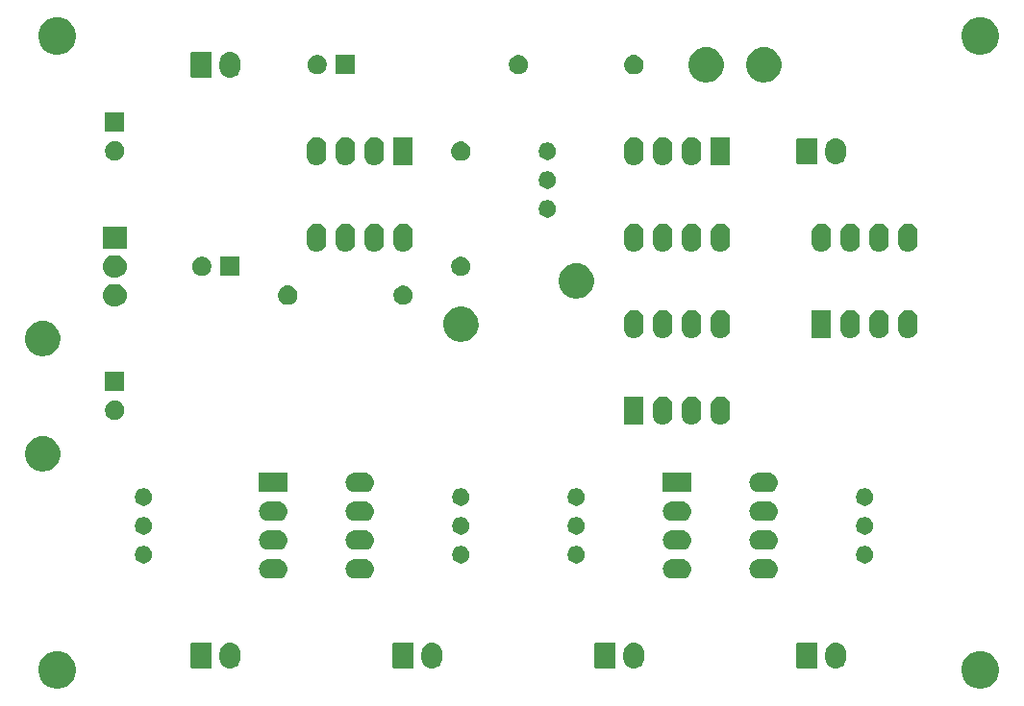
<source format=gbr>
From d429fa661d81706270bd39c562d75dbc8caabb9e Mon Sep 17 00:00:00 2001
From: Blaise Thompson <blaise@untzag.com>
Date: Tue, 11 Jun 2019 14:23:26 -0500
Subject: dual to quad

---
 PCB/gerber/galvanostat-F_Mask.gbr | 4180 +++++++++++++++++++++++++++++++++++++
 1 file changed, 4180 insertions(+)
 create mode 100644 PCB/gerber/galvanostat-F_Mask.gbr

(limited to 'PCB/gerber/galvanostat-F_Mask.gbr')

diff --git a/PCB/gerber/galvanostat-F_Mask.gbr b/PCB/gerber/galvanostat-F_Mask.gbr
new file mode 100644
index 0000000..5428610
--- /dev/null
+++ b/PCB/gerber/galvanostat-F_Mask.gbr
@@ -0,0 +1,4180 @@
+G04 #@! TF.GenerationSoftware,KiCad,Pcbnew,5.1.2+dfsg1-1*
+G04 #@! TF.CreationDate,2019-06-11T14:10:43-05:00*
+G04 #@! TF.ProjectId,galvanostat,67616c76-616e-46f7-9374-61742e6b6963,C*
+G04 #@! TF.SameCoordinates,Original*
+G04 #@! TF.FileFunction,Soldermask,Top*
+G04 #@! TF.FilePolarity,Negative*
+%FSLAX46Y46*%
+G04 Gerber Fmt 4.6, Leading zero omitted, Abs format (unit mm)*
+G04 Created by KiCad (PCBNEW 5.1.2+dfsg1-1) date 2019-06-11 14:10:43*
+%MOMM*%
+%LPD*%
+G04 APERTURE LIST*
+%ADD10C,0.100000*%
+G04 APERTURE END LIST*
+D10*
+G36*
+X155315256Y-102531298D02*
+G01*
+X155421579Y-102552447D01*
+X155722042Y-102676903D01*
+X155992451Y-102857585D01*
+X156222415Y-103087549D01*
+X156403097Y-103357958D01*
+X156509218Y-103614156D01*
+X156527553Y-103658422D01*
+X156590803Y-103976398D01*
+X156591000Y-103977391D01*
+X156591000Y-104302609D01*
+X156527553Y-104621579D01*
+X156403097Y-104922042D01*
+X156222415Y-105192451D01*
+X155992451Y-105422415D01*
+X155722042Y-105603097D01*
+X155421579Y-105727553D01*
+X155315256Y-105748702D01*
+X155102611Y-105791000D01*
+X154777389Y-105791000D01*
+X154564744Y-105748702D01*
+X154458421Y-105727553D01*
+X154157958Y-105603097D01*
+X153887549Y-105422415D01*
+X153657585Y-105192451D01*
+X153476903Y-104922042D01*
+X153352447Y-104621579D01*
+X153289000Y-104302609D01*
+X153289000Y-103977391D01*
+X153289198Y-103976398D01*
+X153352447Y-103658422D01*
+X153370783Y-103614156D01*
+X153476903Y-103357958D01*
+X153657585Y-103087549D01*
+X153887549Y-102857585D01*
+X154157958Y-102676903D01*
+X154458421Y-102552447D01*
+X154564744Y-102531298D01*
+X154777389Y-102489000D01*
+X155102611Y-102489000D01*
+X155315256Y-102531298D01*
+X155315256Y-102531298D01*
+G37*
+G36*
+X74035256Y-102531298D02*
+G01*
+X74141579Y-102552447D01*
+X74442042Y-102676903D01*
+X74712451Y-102857585D01*
+X74942415Y-103087549D01*
+X75123097Y-103357958D01*
+X75229218Y-103614156D01*
+X75247553Y-103658422D01*
+X75310803Y-103976398D01*
+X75311000Y-103977391D01*
+X75311000Y-104302609D01*
+X75247553Y-104621579D01*
+X75123097Y-104922042D01*
+X74942415Y-105192451D01*
+X74712451Y-105422415D01*
+X74442042Y-105603097D01*
+X74141579Y-105727553D01*
+X74035256Y-105748702D01*
+X73822611Y-105791000D01*
+X73497389Y-105791000D01*
+X73284744Y-105748702D01*
+X73178421Y-105727553D01*
+X72877958Y-105603097D01*
+X72607549Y-105422415D01*
+X72377585Y-105192451D01*
+X72196903Y-104922042D01*
+X72072447Y-104621579D01*
+X72009000Y-104302609D01*
+X72009000Y-103977391D01*
+X72009198Y-103976398D01*
+X72072447Y-103658422D01*
+X72090783Y-103614156D01*
+X72196903Y-103357958D01*
+X72377585Y-103087549D01*
+X72607549Y-102857585D01*
+X72877958Y-102676903D01*
+X73178421Y-102552447D01*
+X73284744Y-102531298D01*
+X73497389Y-102489000D01*
+X73822611Y-102489000D01*
+X74035256Y-102531298D01*
+X74035256Y-102531298D01*
+G37*
+G36*
+X106860547Y-101732326D02*
+G01*
+X107034156Y-101784990D01*
+X107034158Y-101784991D01*
+X107194155Y-101870511D01*
+X107334397Y-101985603D01*
+X107413729Y-102082271D01*
+X107449489Y-102125844D01*
+X107535010Y-102285843D01*
+X107587674Y-102459452D01*
+X107601000Y-102594756D01*
+X107601000Y-103145243D01*
+X107587674Y-103280548D01*
+X107535010Y-103454157D01*
+X107449489Y-103614156D01*
+X107413729Y-103657729D01*
+X107334397Y-103754397D01*
+X107237729Y-103833729D01*
+X107194156Y-103869489D01*
+X107034157Y-103955010D01*
+X106860548Y-104007674D01*
+X106680000Y-104025456D01*
+X106499453Y-104007674D01*
+X106325844Y-103955010D01*
+X106165845Y-103869489D01*
+X106122272Y-103833729D01*
+X106025604Y-103754397D01*
+X105910513Y-103614157D01*
+X105910512Y-103614155D01*
+X105824990Y-103454157D01*
+X105772326Y-103280548D01*
+X105759000Y-103145244D01*
+X105759000Y-102594757D01*
+X105772326Y-102459453D01*
+X105824990Y-102285844D01*
+X105910511Y-102125845D01*
+X105910512Y-102125844D01*
+X106025603Y-101985603D01*
+X106151388Y-101882375D01*
+X106165844Y-101870511D01*
+X106325843Y-101784990D01*
+X106499452Y-101732326D01*
+X106680000Y-101714544D01*
+X106860547Y-101732326D01*
+X106860547Y-101732326D01*
+G37*
+G36*
+X89080547Y-101732326D02*
+G01*
+X89254156Y-101784990D01*
+X89254158Y-101784991D01*
+X89414155Y-101870511D01*
+X89554397Y-101985603D01*
+X89633729Y-102082271D01*
+X89669489Y-102125844D01*
+X89755010Y-102285843D01*
+X89807674Y-102459452D01*
+X89821000Y-102594756D01*
+X89821000Y-103145243D01*
+X89807674Y-103280548D01*
+X89755010Y-103454157D01*
+X89669489Y-103614156D01*
+X89633729Y-103657729D01*
+X89554397Y-103754397D01*
+X89457729Y-103833729D01*
+X89414156Y-103869489D01*
+X89254157Y-103955010D01*
+X89080548Y-104007674D01*
+X88900000Y-104025456D01*
+X88719453Y-104007674D01*
+X88545844Y-103955010D01*
+X88385845Y-103869489D01*
+X88342272Y-103833729D01*
+X88245604Y-103754397D01*
+X88130513Y-103614157D01*
+X88130512Y-103614155D01*
+X88044990Y-103454157D01*
+X87992326Y-103280548D01*
+X87979000Y-103145244D01*
+X87979000Y-102594757D01*
+X87992326Y-102459453D01*
+X88044990Y-102285844D01*
+X88130511Y-102125845D01*
+X88130512Y-102125844D01*
+X88245603Y-101985603D01*
+X88371388Y-101882375D01*
+X88385844Y-101870511D01*
+X88545843Y-101784990D01*
+X88719452Y-101732326D01*
+X88900000Y-101714544D01*
+X89080547Y-101732326D01*
+X89080547Y-101732326D01*
+G37*
+G36*
+X142420547Y-101732326D02*
+G01*
+X142594156Y-101784990D01*
+X142594158Y-101784991D01*
+X142754155Y-101870511D01*
+X142894397Y-101985603D01*
+X142973729Y-102082271D01*
+X143009489Y-102125844D01*
+X143095010Y-102285843D01*
+X143147674Y-102459452D01*
+X143161000Y-102594756D01*
+X143161000Y-103145243D01*
+X143147674Y-103280548D01*
+X143095010Y-103454157D01*
+X143009489Y-103614156D01*
+X142973729Y-103657729D01*
+X142894397Y-103754397D01*
+X142797729Y-103833729D01*
+X142754156Y-103869489D01*
+X142594157Y-103955010D01*
+X142420548Y-104007674D01*
+X142240000Y-104025456D01*
+X142059453Y-104007674D01*
+X141885844Y-103955010D01*
+X141725845Y-103869489D01*
+X141682272Y-103833729D01*
+X141585604Y-103754397D01*
+X141470513Y-103614157D01*
+X141470512Y-103614155D01*
+X141384990Y-103454157D01*
+X141332326Y-103280548D01*
+X141319000Y-103145244D01*
+X141319000Y-102594757D01*
+X141332326Y-102459453D01*
+X141384990Y-102285844D01*
+X141470511Y-102125845D01*
+X141470512Y-102125844D01*
+X141585603Y-101985603D01*
+X141711388Y-101882375D01*
+X141725844Y-101870511D01*
+X141885843Y-101784990D01*
+X142059452Y-101732326D01*
+X142240000Y-101714544D01*
+X142420547Y-101732326D01*
+X142420547Y-101732326D01*
+G37*
+G36*
+X124640547Y-101732326D02*
+G01*
+X124814156Y-101784990D01*
+X124814158Y-101784991D01*
+X124974155Y-101870511D01*
+X125114397Y-101985603D01*
+X125193729Y-102082271D01*
+X125229489Y-102125844D01*
+X125315010Y-102285843D01*
+X125367674Y-102459452D01*
+X125381000Y-102594756D01*
+X125381000Y-103145243D01*
+X125367674Y-103280548D01*
+X125315010Y-103454157D01*
+X125229489Y-103614156D01*
+X125193729Y-103657729D01*
+X125114397Y-103754397D01*
+X125017729Y-103833729D01*
+X124974156Y-103869489D01*
+X124814157Y-103955010D01*
+X124640548Y-104007674D01*
+X124460000Y-104025456D01*
+X124279453Y-104007674D01*
+X124105844Y-103955010D01*
+X123945845Y-103869489D01*
+X123902272Y-103833729D01*
+X123805604Y-103754397D01*
+X123690513Y-103614157D01*
+X123690512Y-103614155D01*
+X123604990Y-103454157D01*
+X123552326Y-103280548D01*
+X123539000Y-103145244D01*
+X123539000Y-102594757D01*
+X123552326Y-102459453D01*
+X123604990Y-102285844D01*
+X123690511Y-102125845D01*
+X123690512Y-102125844D01*
+X123805603Y-101985603D01*
+X123931388Y-101882375D01*
+X123945844Y-101870511D01*
+X124105843Y-101784990D01*
+X124279452Y-101732326D01*
+X124460000Y-101714544D01*
+X124640547Y-101732326D01*
+X124640547Y-101732326D01*
+G37*
+G36*
+X122699561Y-101722966D02*
+G01*
+X122732383Y-101732923D01*
+X122762632Y-101749092D01*
+X122789148Y-101770852D01*
+X122810908Y-101797368D01*
+X122827077Y-101827617D01*
+X122837034Y-101860439D01*
+X122841000Y-101900713D01*
+X122841000Y-103839287D01*
+X122837034Y-103879561D01*
+X122827077Y-103912383D01*
+X122810908Y-103942632D01*
+X122789148Y-103969148D01*
+X122762632Y-103990908D01*
+X122732383Y-104007077D01*
+X122699561Y-104017034D01*
+X122659287Y-104021000D01*
+X121180713Y-104021000D01*
+X121140439Y-104017034D01*
+X121107617Y-104007077D01*
+X121077368Y-103990908D01*
+X121050852Y-103969148D01*
+X121029092Y-103942632D01*
+X121012923Y-103912383D01*
+X121002966Y-103879561D01*
+X120999000Y-103839287D01*
+X120999000Y-101900713D01*
+X121002966Y-101860439D01*
+X121012923Y-101827617D01*
+X121029092Y-101797368D01*
+X121050852Y-101770852D01*
+X121077368Y-101749092D01*
+X121107617Y-101732923D01*
+X121140439Y-101722966D01*
+X121180713Y-101719000D01*
+X122659287Y-101719000D01*
+X122699561Y-101722966D01*
+X122699561Y-101722966D01*
+G37*
+G36*
+X104919561Y-101722966D02*
+G01*
+X104952383Y-101732923D01*
+X104982632Y-101749092D01*
+X105009148Y-101770852D01*
+X105030908Y-101797368D01*
+X105047077Y-101827617D01*
+X105057034Y-101860439D01*
+X105061000Y-101900713D01*
+X105061000Y-103839287D01*
+X105057034Y-103879561D01*
+X105047077Y-103912383D01*
+X105030908Y-103942632D01*
+X105009148Y-103969148D01*
+X104982632Y-103990908D01*
+X104952383Y-104007077D01*
+X104919561Y-104017034D01*
+X104879287Y-104021000D01*
+X103400713Y-104021000D01*
+X103360439Y-104017034D01*
+X103327617Y-104007077D01*
+X103297368Y-103990908D01*
+X103270852Y-103969148D01*
+X103249092Y-103942632D01*
+X103232923Y-103912383D01*
+X103222966Y-103879561D01*
+X103219000Y-103839287D01*
+X103219000Y-101900713D01*
+X103222966Y-101860439D01*
+X103232923Y-101827617D01*
+X103249092Y-101797368D01*
+X103270852Y-101770852D01*
+X103297368Y-101749092D01*
+X103327617Y-101732923D01*
+X103360439Y-101722966D01*
+X103400713Y-101719000D01*
+X104879287Y-101719000D01*
+X104919561Y-101722966D01*
+X104919561Y-101722966D01*
+G37*
+G36*
+X140479561Y-101722966D02*
+G01*
+X140512383Y-101732923D01*
+X140542632Y-101749092D01*
+X140569148Y-101770852D01*
+X140590908Y-101797368D01*
+X140607077Y-101827617D01*
+X140617034Y-101860439D01*
+X140621000Y-101900713D01*
+X140621000Y-103839287D01*
+X140617034Y-103879561D01*
+X140607077Y-103912383D01*
+X140590908Y-103942632D01*
+X140569148Y-103969148D01*
+X140542632Y-103990908D01*
+X140512383Y-104007077D01*
+X140479561Y-104017034D01*
+X140439287Y-104021000D01*
+X138960713Y-104021000D01*
+X138920439Y-104017034D01*
+X138887617Y-104007077D01*
+X138857368Y-103990908D01*
+X138830852Y-103969148D01*
+X138809092Y-103942632D01*
+X138792923Y-103912383D01*
+X138782966Y-103879561D01*
+X138779000Y-103839287D01*
+X138779000Y-101900713D01*
+X138782966Y-101860439D01*
+X138792923Y-101827617D01*
+X138809092Y-101797368D01*
+X138830852Y-101770852D01*
+X138857368Y-101749092D01*
+X138887617Y-101732923D01*
+X138920439Y-101722966D01*
+X138960713Y-101719000D01*
+X140439287Y-101719000D01*
+X140479561Y-101722966D01*
+X140479561Y-101722966D01*
+G37*
+G36*
+X87139561Y-101722966D02*
+G01*
+X87172383Y-101732923D01*
+X87202632Y-101749092D01*
+X87229148Y-101770852D01*
+X87250908Y-101797368D01*
+X87267077Y-101827617D01*
+X87277034Y-101860439D01*
+X87281000Y-101900713D01*
+X87281000Y-103839287D01*
+X87277034Y-103879561D01*
+X87267077Y-103912383D01*
+X87250908Y-103942632D01*
+X87229148Y-103969148D01*
+X87202632Y-103990908D01*
+X87172383Y-104007077D01*
+X87139561Y-104017034D01*
+X87099287Y-104021000D01*
+X85620713Y-104021000D01*
+X85580439Y-104017034D01*
+X85547617Y-104007077D01*
+X85517368Y-103990908D01*
+X85490852Y-103969148D01*
+X85469092Y-103942632D01*
+X85452923Y-103912383D01*
+X85442966Y-103879561D01*
+X85439000Y-103839287D01*
+X85439000Y-101900713D01*
+X85442966Y-101860439D01*
+X85452923Y-101827617D01*
+X85469092Y-101797368D01*
+X85490852Y-101770852D01*
+X85517368Y-101749092D01*
+X85547617Y-101732923D01*
+X85580439Y-101722966D01*
+X85620713Y-101719000D01*
+X87099287Y-101719000D01*
+X87139561Y-101722966D01*
+X87139561Y-101722966D01*
+G37*
+G36*
+X128836823Y-94411313D02*
+G01*
+X128997242Y-94459976D01*
+X129129906Y-94530886D01*
+X129145078Y-94538996D01*
+X129274659Y-94645341D01*
+X129381004Y-94774922D01*
+X129381005Y-94774924D01*
+X129460024Y-94922758D01*
+X129508687Y-95083177D01*
+X129525117Y-95250000D01*
+X129508687Y-95416823D01*
+X129460024Y-95577242D01*
+X129389114Y-95709906D01*
+X129381004Y-95725078D01*
+X129274659Y-95854659D01*
+X129145078Y-95961004D01*
+X129145076Y-95961005D01*
+X128997242Y-96040024D01*
+X128836823Y-96088687D01*
+X128711804Y-96101000D01*
+X127828196Y-96101000D01*
+X127703177Y-96088687D01*
+X127542758Y-96040024D01*
+X127394924Y-95961005D01*
+X127394922Y-95961004D01*
+X127265341Y-95854659D01*
+X127158996Y-95725078D01*
+X127150886Y-95709906D01*
+X127079976Y-95577242D01*
+X127031313Y-95416823D01*
+X127014883Y-95250000D01*
+X127031313Y-95083177D01*
+X127079976Y-94922758D01*
+X127158995Y-94774924D01*
+X127158996Y-94774922D01*
+X127265341Y-94645341D01*
+X127394922Y-94538996D01*
+X127410094Y-94530886D01*
+X127542758Y-94459976D01*
+X127703177Y-94411313D01*
+X127828196Y-94399000D01*
+X128711804Y-94399000D01*
+X128836823Y-94411313D01*
+X128836823Y-94411313D01*
+G37*
+G36*
+X136456823Y-94411313D02*
+G01*
+X136617242Y-94459976D01*
+X136749906Y-94530886D01*
+X136765078Y-94538996D01*
+X136894659Y-94645341D01*
+X137001004Y-94774922D01*
+X137001005Y-94774924D01*
+X137080024Y-94922758D01*
+X137128687Y-95083177D01*
+X137145117Y-95250000D01*
+X137128687Y-95416823D01*
+X137080024Y-95577242D01*
+X137009114Y-95709906D01*
+X137001004Y-95725078D01*
+X136894659Y-95854659D01*
+X136765078Y-95961004D01*
+X136765076Y-95961005D01*
+X136617242Y-96040024D01*
+X136456823Y-96088687D01*
+X136331804Y-96101000D01*
+X135448196Y-96101000D01*
+X135323177Y-96088687D01*
+X135162758Y-96040024D01*
+X135014924Y-95961005D01*
+X135014922Y-95961004D01*
+X134885341Y-95854659D01*
+X134778996Y-95725078D01*
+X134770886Y-95709906D01*
+X134699976Y-95577242D01*
+X134651313Y-95416823D01*
+X134634883Y-95250000D01*
+X134651313Y-95083177D01*
+X134699976Y-94922758D01*
+X134778995Y-94774924D01*
+X134778996Y-94774922D01*
+X134885341Y-94645341D01*
+X135014922Y-94538996D01*
+X135030094Y-94530886D01*
+X135162758Y-94459976D01*
+X135323177Y-94411313D01*
+X135448196Y-94399000D01*
+X136331804Y-94399000D01*
+X136456823Y-94411313D01*
+X136456823Y-94411313D01*
+G37*
+G36*
+X100896823Y-94411313D02*
+G01*
+X101057242Y-94459976D01*
+X101189906Y-94530886D01*
+X101205078Y-94538996D01*
+X101334659Y-94645341D01*
+X101441004Y-94774922D01*
+X101441005Y-94774924D01*
+X101520024Y-94922758D01*
+X101568687Y-95083177D01*
+X101585117Y-95250000D01*
+X101568687Y-95416823D01*
+X101520024Y-95577242D01*
+X101449114Y-95709906D01*
+X101441004Y-95725078D01*
+X101334659Y-95854659D01*
+X101205078Y-95961004D01*
+X101205076Y-95961005D01*
+X101057242Y-96040024D01*
+X100896823Y-96088687D01*
+X100771804Y-96101000D01*
+X99888196Y-96101000D01*
+X99763177Y-96088687D01*
+X99602758Y-96040024D01*
+X99454924Y-95961005D01*
+X99454922Y-95961004D01*
+X99325341Y-95854659D01*
+X99218996Y-95725078D01*
+X99210886Y-95709906D01*
+X99139976Y-95577242D01*
+X99091313Y-95416823D01*
+X99074883Y-95250000D01*
+X99091313Y-95083177D01*
+X99139976Y-94922758D01*
+X99218995Y-94774924D01*
+X99218996Y-94774922D01*
+X99325341Y-94645341D01*
+X99454922Y-94538996D01*
+X99470094Y-94530886D01*
+X99602758Y-94459976D01*
+X99763177Y-94411313D01*
+X99888196Y-94399000D01*
+X100771804Y-94399000D01*
+X100896823Y-94411313D01*
+X100896823Y-94411313D01*
+G37*
+G36*
+X93276823Y-94411313D02*
+G01*
+X93437242Y-94459976D01*
+X93569906Y-94530886D01*
+X93585078Y-94538996D01*
+X93714659Y-94645341D01*
+X93821004Y-94774922D01*
+X93821005Y-94774924D01*
+X93900024Y-94922758D01*
+X93948687Y-95083177D01*
+X93965117Y-95250000D01*
+X93948687Y-95416823D01*
+X93900024Y-95577242D01*
+X93829114Y-95709906D01*
+X93821004Y-95725078D01*
+X93714659Y-95854659D01*
+X93585078Y-95961004D01*
+X93585076Y-95961005D01*
+X93437242Y-96040024D01*
+X93276823Y-96088687D01*
+X93151804Y-96101000D01*
+X92268196Y-96101000D01*
+X92143177Y-96088687D01*
+X91982758Y-96040024D01*
+X91834924Y-95961005D01*
+X91834922Y-95961004D01*
+X91705341Y-95854659D01*
+X91598996Y-95725078D01*
+X91590886Y-95709906D01*
+X91519976Y-95577242D01*
+X91471313Y-95416823D01*
+X91454883Y-95250000D01*
+X91471313Y-95083177D01*
+X91519976Y-94922758D01*
+X91598995Y-94774924D01*
+X91598996Y-94774922D01*
+X91705341Y-94645341D01*
+X91834922Y-94538996D01*
+X91850094Y-94530886D01*
+X91982758Y-94459976D01*
+X92143177Y-94411313D01*
+X92268196Y-94399000D01*
+X93151804Y-94399000D01*
+X93276823Y-94411313D01*
+X93276823Y-94411313D01*
+G37*
+G36*
+X81405589Y-93218876D02*
+G01*
+X81504893Y-93238629D01*
+X81645206Y-93296748D01*
+X81771484Y-93381125D01*
+X81878875Y-93488516D01*
+X81963252Y-93614794D01*
+X82021371Y-93755107D01*
+X82051000Y-93904063D01*
+X82051000Y-94055937D01*
+X82021371Y-94204893D01*
+X81963252Y-94345206D01*
+X81878875Y-94471484D01*
+X81771484Y-94578875D01*
+X81645206Y-94663252D01*
+X81504893Y-94721371D01*
+X81405589Y-94741124D01*
+X81355938Y-94751000D01*
+X81204062Y-94751000D01*
+X81154411Y-94741124D01*
+X81055107Y-94721371D01*
+X80914794Y-94663252D01*
+X80788516Y-94578875D01*
+X80681125Y-94471484D01*
+X80596748Y-94345206D01*
+X80538629Y-94204893D01*
+X80509000Y-94055937D01*
+X80509000Y-93904063D01*
+X80538629Y-93755107D01*
+X80596748Y-93614794D01*
+X80681125Y-93488516D01*
+X80788516Y-93381125D01*
+X80914794Y-93296748D01*
+X81055107Y-93238629D01*
+X81154411Y-93218876D01*
+X81204062Y-93209000D01*
+X81355938Y-93209000D01*
+X81405589Y-93218876D01*
+X81405589Y-93218876D01*
+G37*
+G36*
+X109345589Y-93218876D02*
+G01*
+X109444893Y-93238629D01*
+X109585206Y-93296748D01*
+X109711484Y-93381125D01*
+X109818875Y-93488516D01*
+X109903252Y-93614794D01*
+X109961371Y-93755107D01*
+X109991000Y-93904063D01*
+X109991000Y-94055937D01*
+X109961371Y-94204893D01*
+X109903252Y-94345206D01*
+X109818875Y-94471484D01*
+X109711484Y-94578875D01*
+X109585206Y-94663252D01*
+X109444893Y-94721371D01*
+X109345589Y-94741124D01*
+X109295938Y-94751000D01*
+X109144062Y-94751000D01*
+X109094411Y-94741124D01*
+X108995107Y-94721371D01*
+X108854794Y-94663252D01*
+X108728516Y-94578875D01*
+X108621125Y-94471484D01*
+X108536748Y-94345206D01*
+X108478629Y-94204893D01*
+X108449000Y-94055937D01*
+X108449000Y-93904063D01*
+X108478629Y-93755107D01*
+X108536748Y-93614794D01*
+X108621125Y-93488516D01*
+X108728516Y-93381125D01*
+X108854794Y-93296748D01*
+X108995107Y-93238629D01*
+X109094411Y-93218876D01*
+X109144062Y-93209000D01*
+X109295938Y-93209000D01*
+X109345589Y-93218876D01*
+X109345589Y-93218876D01*
+G37*
+G36*
+X119505589Y-93218876D02*
+G01*
+X119604893Y-93238629D01*
+X119745206Y-93296748D01*
+X119871484Y-93381125D01*
+X119978875Y-93488516D01*
+X120063252Y-93614794D01*
+X120121371Y-93755107D01*
+X120151000Y-93904063D01*
+X120151000Y-94055937D01*
+X120121371Y-94204893D01*
+X120063252Y-94345206D01*
+X119978875Y-94471484D01*
+X119871484Y-94578875D01*
+X119745206Y-94663252D01*
+X119604893Y-94721371D01*
+X119505589Y-94741124D01*
+X119455938Y-94751000D01*
+X119304062Y-94751000D01*
+X119254411Y-94741124D01*
+X119155107Y-94721371D01*
+X119014794Y-94663252D01*
+X118888516Y-94578875D01*
+X118781125Y-94471484D01*
+X118696748Y-94345206D01*
+X118638629Y-94204893D01*
+X118609000Y-94055937D01*
+X118609000Y-93904063D01*
+X118638629Y-93755107D01*
+X118696748Y-93614794D01*
+X118781125Y-93488516D01*
+X118888516Y-93381125D01*
+X119014794Y-93296748D01*
+X119155107Y-93238629D01*
+X119254411Y-93218876D01*
+X119304062Y-93209000D01*
+X119455938Y-93209000D01*
+X119505589Y-93218876D01*
+X119505589Y-93218876D01*
+G37*
+G36*
+X144905589Y-93218876D02*
+G01*
+X145004893Y-93238629D01*
+X145145206Y-93296748D01*
+X145271484Y-93381125D01*
+X145378875Y-93488516D01*
+X145463252Y-93614794D01*
+X145521371Y-93755107D01*
+X145551000Y-93904063D01*
+X145551000Y-94055937D01*
+X145521371Y-94204893D01*
+X145463252Y-94345206D01*
+X145378875Y-94471484D01*
+X145271484Y-94578875D01*
+X145145206Y-94663252D01*
+X145004893Y-94721371D01*
+X144905589Y-94741124D01*
+X144855938Y-94751000D01*
+X144704062Y-94751000D01*
+X144654411Y-94741124D01*
+X144555107Y-94721371D01*
+X144414794Y-94663252D01*
+X144288516Y-94578875D01*
+X144181125Y-94471484D01*
+X144096748Y-94345206D01*
+X144038629Y-94204893D01*
+X144009000Y-94055937D01*
+X144009000Y-93904063D01*
+X144038629Y-93755107D01*
+X144096748Y-93614794D01*
+X144181125Y-93488516D01*
+X144288516Y-93381125D01*
+X144414794Y-93296748D01*
+X144555107Y-93238629D01*
+X144654411Y-93218876D01*
+X144704062Y-93209000D01*
+X144855938Y-93209000D01*
+X144905589Y-93218876D01*
+X144905589Y-93218876D01*
+G37*
+G36*
+X136456823Y-91871313D02*
+G01*
+X136617242Y-91919976D01*
+X136749906Y-91990886D01*
+X136765078Y-91998996D01*
+X136894659Y-92105341D01*
+X137001004Y-92234922D01*
+X137001005Y-92234924D01*
+X137080024Y-92382758D01*
+X137128687Y-92543177D01*
+X137145117Y-92710000D01*
+X137128687Y-92876823D01*
+X137080024Y-93037242D01*
+X137009114Y-93169906D01*
+X137001004Y-93185078D01*
+X136894659Y-93314659D01*
+X136765078Y-93421004D01*
+X136765076Y-93421005D01*
+X136617242Y-93500024D01*
+X136456823Y-93548687D01*
+X136331804Y-93561000D01*
+X135448196Y-93561000D01*
+X135323177Y-93548687D01*
+X135162758Y-93500024D01*
+X135014924Y-93421005D01*
+X135014922Y-93421004D01*
+X134885341Y-93314659D01*
+X134778996Y-93185078D01*
+X134770886Y-93169906D01*
+X134699976Y-93037242D01*
+X134651313Y-92876823D01*
+X134634883Y-92710000D01*
+X134651313Y-92543177D01*
+X134699976Y-92382758D01*
+X134778995Y-92234924D01*
+X134778996Y-92234922D01*
+X134885341Y-92105341D01*
+X135014922Y-91998996D01*
+X135030094Y-91990886D01*
+X135162758Y-91919976D01*
+X135323177Y-91871313D01*
+X135448196Y-91859000D01*
+X136331804Y-91859000D01*
+X136456823Y-91871313D01*
+X136456823Y-91871313D01*
+G37*
+G36*
+X128836823Y-91871313D02*
+G01*
+X128997242Y-91919976D01*
+X129129906Y-91990886D01*
+X129145078Y-91998996D01*
+X129274659Y-92105341D01*
+X129381004Y-92234922D01*
+X129381005Y-92234924D01*
+X129460024Y-92382758D01*
+X129508687Y-92543177D01*
+X129525117Y-92710000D01*
+X129508687Y-92876823D01*
+X129460024Y-93037242D01*
+X129389114Y-93169906D01*
+X129381004Y-93185078D01*
+X129274659Y-93314659D01*
+X129145078Y-93421004D01*
+X129145076Y-93421005D01*
+X128997242Y-93500024D01*
+X128836823Y-93548687D01*
+X128711804Y-93561000D01*
+X127828196Y-93561000D01*
+X127703177Y-93548687D01*
+X127542758Y-93500024D01*
+X127394924Y-93421005D01*
+X127394922Y-93421004D01*
+X127265341Y-93314659D01*
+X127158996Y-93185078D01*
+X127150886Y-93169906D01*
+X127079976Y-93037242D01*
+X127031313Y-92876823D01*
+X127014883Y-92710000D01*
+X127031313Y-92543177D01*
+X127079976Y-92382758D01*
+X127158995Y-92234924D01*
+X127158996Y-92234922D01*
+X127265341Y-92105341D01*
+X127394922Y-91998996D01*
+X127410094Y-91990886D01*
+X127542758Y-91919976D01*
+X127703177Y-91871313D01*
+X127828196Y-91859000D01*
+X128711804Y-91859000D01*
+X128836823Y-91871313D01*
+X128836823Y-91871313D01*
+G37*
+G36*
+X100896823Y-91871313D02*
+G01*
+X101057242Y-91919976D01*
+X101189906Y-91990886D01*
+X101205078Y-91998996D01*
+X101334659Y-92105341D01*
+X101441004Y-92234922D01*
+X101441005Y-92234924D01*
+X101520024Y-92382758D01*
+X101568687Y-92543177D01*
+X101585117Y-92710000D01*
+X101568687Y-92876823D01*
+X101520024Y-93037242D01*
+X101449114Y-93169906D01*
+X101441004Y-93185078D01*
+X101334659Y-93314659D01*
+X101205078Y-93421004D01*
+X101205076Y-93421005D01*
+X101057242Y-93500024D01*
+X100896823Y-93548687D01*
+X100771804Y-93561000D01*
+X99888196Y-93561000D01*
+X99763177Y-93548687D01*
+X99602758Y-93500024D01*
+X99454924Y-93421005D01*
+X99454922Y-93421004D01*
+X99325341Y-93314659D01*
+X99218996Y-93185078D01*
+X99210886Y-93169906D01*
+X99139976Y-93037242D01*
+X99091313Y-92876823D01*
+X99074883Y-92710000D01*
+X99091313Y-92543177D01*
+X99139976Y-92382758D01*
+X99218995Y-92234924D01*
+X99218996Y-92234922D01*
+X99325341Y-92105341D01*
+X99454922Y-91998996D01*
+X99470094Y-91990886D01*
+X99602758Y-91919976D01*
+X99763177Y-91871313D01*
+X99888196Y-91859000D01*
+X100771804Y-91859000D01*
+X100896823Y-91871313D01*
+X100896823Y-91871313D01*
+G37*
+G36*
+X93276823Y-91871313D02*
+G01*
+X93437242Y-91919976D01*
+X93569906Y-91990886D01*
+X93585078Y-91998996D01*
+X93714659Y-92105341D01*
+X93821004Y-92234922D01*
+X93821005Y-92234924D01*
+X93900024Y-92382758D01*
+X93948687Y-92543177D01*
+X93965117Y-92710000D01*
+X93948687Y-92876823D01*
+X93900024Y-93037242D01*
+X93829114Y-93169906D01*
+X93821004Y-93185078D01*
+X93714659Y-93314659D01*
+X93585078Y-93421004D01*
+X93585076Y-93421005D01*
+X93437242Y-93500024D01*
+X93276823Y-93548687D01*
+X93151804Y-93561000D01*
+X92268196Y-93561000D01*
+X92143177Y-93548687D01*
+X91982758Y-93500024D01*
+X91834924Y-93421005D01*
+X91834922Y-93421004D01*
+X91705341Y-93314659D01*
+X91598996Y-93185078D01*
+X91590886Y-93169906D01*
+X91519976Y-93037242D01*
+X91471313Y-92876823D01*
+X91454883Y-92710000D01*
+X91471313Y-92543177D01*
+X91519976Y-92382758D01*
+X91598995Y-92234924D01*
+X91598996Y-92234922D01*
+X91705341Y-92105341D01*
+X91834922Y-91998996D01*
+X91850094Y-91990886D01*
+X91982758Y-91919976D01*
+X92143177Y-91871313D01*
+X92268196Y-91859000D01*
+X93151804Y-91859000D01*
+X93276823Y-91871313D01*
+X93276823Y-91871313D01*
+G37*
+G36*
+X81405589Y-90678876D02*
+G01*
+X81504893Y-90698629D01*
+X81645206Y-90756748D01*
+X81771484Y-90841125D01*
+X81878875Y-90948516D01*
+X81963252Y-91074794D01*
+X82021371Y-91215107D01*
+X82051000Y-91364063D01*
+X82051000Y-91515937D01*
+X82021371Y-91664893D01*
+X81963252Y-91805206D01*
+X81878875Y-91931484D01*
+X81771484Y-92038875D01*
+X81645206Y-92123252D01*
+X81504893Y-92181371D01*
+X81405589Y-92201124D01*
+X81355938Y-92211000D01*
+X81204062Y-92211000D01*
+X81154411Y-92201124D01*
+X81055107Y-92181371D01*
+X80914794Y-92123252D01*
+X80788516Y-92038875D01*
+X80681125Y-91931484D01*
+X80596748Y-91805206D01*
+X80538629Y-91664893D01*
+X80509000Y-91515937D01*
+X80509000Y-91364063D01*
+X80538629Y-91215107D01*
+X80596748Y-91074794D01*
+X80681125Y-90948516D01*
+X80788516Y-90841125D01*
+X80914794Y-90756748D01*
+X81055107Y-90698629D01*
+X81154411Y-90678876D01*
+X81204062Y-90669000D01*
+X81355938Y-90669000D01*
+X81405589Y-90678876D01*
+X81405589Y-90678876D01*
+G37*
+G36*
+X144905589Y-90678876D02*
+G01*
+X145004893Y-90698629D01*
+X145145206Y-90756748D01*
+X145271484Y-90841125D01*
+X145378875Y-90948516D01*
+X145463252Y-91074794D01*
+X145521371Y-91215107D01*
+X145551000Y-91364063D01*
+X145551000Y-91515937D01*
+X145521371Y-91664893D01*
+X145463252Y-91805206D01*
+X145378875Y-91931484D01*
+X145271484Y-92038875D01*
+X145145206Y-92123252D01*
+X145004893Y-92181371D01*
+X144905589Y-92201124D01*
+X144855938Y-92211000D01*
+X144704062Y-92211000D01*
+X144654411Y-92201124D01*
+X144555107Y-92181371D01*
+X144414794Y-92123252D01*
+X144288516Y-92038875D01*
+X144181125Y-91931484D01*
+X144096748Y-91805206D01*
+X144038629Y-91664893D01*
+X144009000Y-91515937D01*
+X144009000Y-91364063D01*
+X144038629Y-91215107D01*
+X144096748Y-91074794D01*
+X144181125Y-90948516D01*
+X144288516Y-90841125D01*
+X144414794Y-90756748D01*
+X144555107Y-90698629D01*
+X144654411Y-90678876D01*
+X144704062Y-90669000D01*
+X144855938Y-90669000D01*
+X144905589Y-90678876D01*
+X144905589Y-90678876D01*
+G37*
+G36*
+X119505589Y-90678876D02*
+G01*
+X119604893Y-90698629D01*
+X119745206Y-90756748D01*
+X119871484Y-90841125D01*
+X119978875Y-90948516D01*
+X120063252Y-91074794D01*
+X120121371Y-91215107D01*
+X120151000Y-91364063D01*
+X120151000Y-91515937D01*
+X120121371Y-91664893D01*
+X120063252Y-91805206D01*
+X119978875Y-91931484D01*
+X119871484Y-92038875D01*
+X119745206Y-92123252D01*
+X119604893Y-92181371D01*
+X119505589Y-92201124D01*
+X119455938Y-92211000D01*
+X119304062Y-92211000D01*
+X119254411Y-92201124D01*
+X119155107Y-92181371D01*
+X119014794Y-92123252D01*
+X118888516Y-92038875D01*
+X118781125Y-91931484D01*
+X118696748Y-91805206D01*
+X118638629Y-91664893D01*
+X118609000Y-91515937D01*
+X118609000Y-91364063D01*
+X118638629Y-91215107D01*
+X118696748Y-91074794D01*
+X118781125Y-90948516D01*
+X118888516Y-90841125D01*
+X119014794Y-90756748D01*
+X119155107Y-90698629D01*
+X119254411Y-90678876D01*
+X119304062Y-90669000D01*
+X119455938Y-90669000D01*
+X119505589Y-90678876D01*
+X119505589Y-90678876D01*
+G37*
+G36*
+X109345589Y-90678876D02*
+G01*
+X109444893Y-90698629D01*
+X109585206Y-90756748D01*
+X109711484Y-90841125D01*
+X109818875Y-90948516D01*
+X109903252Y-91074794D01*
+X109961371Y-91215107D01*
+X109991000Y-91364063D01*
+X109991000Y-91515937D01*
+X109961371Y-91664893D01*
+X109903252Y-91805206D01*
+X109818875Y-91931484D01*
+X109711484Y-92038875D01*
+X109585206Y-92123252D01*
+X109444893Y-92181371D01*
+X109345589Y-92201124D01*
+X109295938Y-92211000D01*
+X109144062Y-92211000D01*
+X109094411Y-92201124D01*
+X108995107Y-92181371D01*
+X108854794Y-92123252D01*
+X108728516Y-92038875D01*
+X108621125Y-91931484D01*
+X108536748Y-91805206D01*
+X108478629Y-91664893D01*
+X108449000Y-91515937D01*
+X108449000Y-91364063D01*
+X108478629Y-91215107D01*
+X108536748Y-91074794D01*
+X108621125Y-90948516D01*
+X108728516Y-90841125D01*
+X108854794Y-90756748D01*
+X108995107Y-90698629D01*
+X109094411Y-90678876D01*
+X109144062Y-90669000D01*
+X109295938Y-90669000D01*
+X109345589Y-90678876D01*
+X109345589Y-90678876D01*
+G37*
+G36*
+X93276823Y-89331313D02*
+G01*
+X93437242Y-89379976D01*
+X93569906Y-89450886D01*
+X93585078Y-89458996D01*
+X93714659Y-89565341D01*
+X93821004Y-89694922D01*
+X93821005Y-89694924D01*
+X93900024Y-89842758D01*
+X93948687Y-90003177D01*
+X93965117Y-90170000D01*
+X93948687Y-90336823D01*
+X93900024Y-90497242D01*
+X93829114Y-90629906D01*
+X93821004Y-90645078D01*
+X93714659Y-90774659D01*
+X93585078Y-90881004D01*
+X93585076Y-90881005D01*
+X93437242Y-90960024D01*
+X93276823Y-91008687D01*
+X93151804Y-91021000D01*
+X92268196Y-91021000D01*
+X92143177Y-91008687D01*
+X91982758Y-90960024D01*
+X91834924Y-90881005D01*
+X91834922Y-90881004D01*
+X91705341Y-90774659D01*
+X91598996Y-90645078D01*
+X91590886Y-90629906D01*
+X91519976Y-90497242D01*
+X91471313Y-90336823D01*
+X91454883Y-90170000D01*
+X91471313Y-90003177D01*
+X91519976Y-89842758D01*
+X91598995Y-89694924D01*
+X91598996Y-89694922D01*
+X91705341Y-89565341D01*
+X91834922Y-89458996D01*
+X91850094Y-89450886D01*
+X91982758Y-89379976D01*
+X92143177Y-89331313D01*
+X92268196Y-89319000D01*
+X93151804Y-89319000D01*
+X93276823Y-89331313D01*
+X93276823Y-89331313D01*
+G37*
+G36*
+X136456823Y-89331313D02*
+G01*
+X136617242Y-89379976D01*
+X136749906Y-89450886D01*
+X136765078Y-89458996D01*
+X136894659Y-89565341D01*
+X137001004Y-89694922D01*
+X137001005Y-89694924D01*
+X137080024Y-89842758D01*
+X137128687Y-90003177D01*
+X137145117Y-90170000D01*
+X137128687Y-90336823D01*
+X137080024Y-90497242D01*
+X137009114Y-90629906D01*
+X137001004Y-90645078D01*
+X136894659Y-90774659D01*
+X136765078Y-90881004D01*
+X136765076Y-90881005D01*
+X136617242Y-90960024D01*
+X136456823Y-91008687D01*
+X136331804Y-91021000D01*
+X135448196Y-91021000D01*
+X135323177Y-91008687D01*
+X135162758Y-90960024D01*
+X135014924Y-90881005D01*
+X135014922Y-90881004D01*
+X134885341Y-90774659D01*
+X134778996Y-90645078D01*
+X134770886Y-90629906D01*
+X134699976Y-90497242D01*
+X134651313Y-90336823D01*
+X134634883Y-90170000D01*
+X134651313Y-90003177D01*
+X134699976Y-89842758D01*
+X134778995Y-89694924D01*
+X134778996Y-89694922D01*
+X134885341Y-89565341D01*
+X135014922Y-89458996D01*
+X135030094Y-89450886D01*
+X135162758Y-89379976D01*
+X135323177Y-89331313D01*
+X135448196Y-89319000D01*
+X136331804Y-89319000D01*
+X136456823Y-89331313D01*
+X136456823Y-89331313D01*
+G37*
+G36*
+X128836823Y-89331313D02*
+G01*
+X128997242Y-89379976D01*
+X129129906Y-89450886D01*
+X129145078Y-89458996D01*
+X129274659Y-89565341D01*
+X129381004Y-89694922D01*
+X129381005Y-89694924D01*
+X129460024Y-89842758D01*
+X129508687Y-90003177D01*
+X129525117Y-90170000D01*
+X129508687Y-90336823D01*
+X129460024Y-90497242D01*
+X129389114Y-90629906D01*
+X129381004Y-90645078D01*
+X129274659Y-90774659D01*
+X129145078Y-90881004D01*
+X129145076Y-90881005D01*
+X128997242Y-90960024D01*
+X128836823Y-91008687D01*
+X128711804Y-91021000D01*
+X127828196Y-91021000D01*
+X127703177Y-91008687D01*
+X127542758Y-90960024D01*
+X127394924Y-90881005D01*
+X127394922Y-90881004D01*
+X127265341Y-90774659D01*
+X127158996Y-90645078D01*
+X127150886Y-90629906D01*
+X127079976Y-90497242D01*
+X127031313Y-90336823D01*
+X127014883Y-90170000D01*
+X127031313Y-90003177D01*
+X127079976Y-89842758D01*
+X127158995Y-89694924D01*
+X127158996Y-89694922D01*
+X127265341Y-89565341D01*
+X127394922Y-89458996D01*
+X127410094Y-89450886D01*
+X127542758Y-89379976D01*
+X127703177Y-89331313D01*
+X127828196Y-89319000D01*
+X128711804Y-89319000D01*
+X128836823Y-89331313D01*
+X128836823Y-89331313D01*
+G37*
+G36*
+X100896823Y-89331313D02*
+G01*
+X101057242Y-89379976D01*
+X101189906Y-89450886D01*
+X101205078Y-89458996D01*
+X101334659Y-89565341D01*
+X101441004Y-89694922D01*
+X101441005Y-89694924D01*
+X101520024Y-89842758D01*
+X101568687Y-90003177D01*
+X101585117Y-90170000D01*
+X101568687Y-90336823D01*
+X101520024Y-90497242D01*
+X101449114Y-90629906D01*
+X101441004Y-90645078D01*
+X101334659Y-90774659D01*
+X101205078Y-90881004D01*
+X101205076Y-90881005D01*
+X101057242Y-90960024D01*
+X100896823Y-91008687D01*
+X100771804Y-91021000D01*
+X99888196Y-91021000D01*
+X99763177Y-91008687D01*
+X99602758Y-90960024D01*
+X99454924Y-90881005D01*
+X99454922Y-90881004D01*
+X99325341Y-90774659D01*
+X99218996Y-90645078D01*
+X99210886Y-90629906D01*
+X99139976Y-90497242D01*
+X99091313Y-90336823D01*
+X99074883Y-90170000D01*
+X99091313Y-90003177D01*
+X99139976Y-89842758D01*
+X99218995Y-89694924D01*
+X99218996Y-89694922D01*
+X99325341Y-89565341D01*
+X99454922Y-89458996D01*
+X99470094Y-89450886D01*
+X99602758Y-89379976D01*
+X99763177Y-89331313D01*
+X99888196Y-89319000D01*
+X100771804Y-89319000D01*
+X100896823Y-89331313D01*
+X100896823Y-89331313D01*
+G37*
+G36*
+X119505589Y-88138876D02*
+G01*
+X119604893Y-88158629D01*
+X119745206Y-88216748D01*
+X119871484Y-88301125D01*
+X119978875Y-88408516D01*
+X120063252Y-88534794D01*
+X120121371Y-88675107D01*
+X120151000Y-88824063D01*
+X120151000Y-88975937D01*
+X120121371Y-89124893D01*
+X120063252Y-89265206D01*
+X119978875Y-89391484D01*
+X119871484Y-89498875D01*
+X119745206Y-89583252D01*
+X119604893Y-89641371D01*
+X119505589Y-89661124D01*
+X119455938Y-89671000D01*
+X119304062Y-89671000D01*
+X119254411Y-89661124D01*
+X119155107Y-89641371D01*
+X119014794Y-89583252D01*
+X118888516Y-89498875D01*
+X118781125Y-89391484D01*
+X118696748Y-89265206D01*
+X118638629Y-89124893D01*
+X118609000Y-88975937D01*
+X118609000Y-88824063D01*
+X118638629Y-88675107D01*
+X118696748Y-88534794D01*
+X118781125Y-88408516D01*
+X118888516Y-88301125D01*
+X119014794Y-88216748D01*
+X119155107Y-88158629D01*
+X119254411Y-88138876D01*
+X119304062Y-88129000D01*
+X119455938Y-88129000D01*
+X119505589Y-88138876D01*
+X119505589Y-88138876D01*
+G37*
+G36*
+X144905589Y-88138876D02*
+G01*
+X145004893Y-88158629D01*
+X145145206Y-88216748D01*
+X145271484Y-88301125D01*
+X145378875Y-88408516D01*
+X145463252Y-88534794D01*
+X145521371Y-88675107D01*
+X145551000Y-88824063D01*
+X145551000Y-88975937D01*
+X145521371Y-89124893D01*
+X145463252Y-89265206D01*
+X145378875Y-89391484D01*
+X145271484Y-89498875D01*
+X145145206Y-89583252D01*
+X145004893Y-89641371D01*
+X144905589Y-89661124D01*
+X144855938Y-89671000D01*
+X144704062Y-89671000D01*
+X144654411Y-89661124D01*
+X144555107Y-89641371D01*
+X144414794Y-89583252D01*
+X144288516Y-89498875D01*
+X144181125Y-89391484D01*
+X144096748Y-89265206D01*
+X144038629Y-89124893D01*
+X144009000Y-88975937D01*
+X144009000Y-88824063D01*
+X144038629Y-88675107D01*
+X144096748Y-88534794D01*
+X144181125Y-88408516D01*
+X144288516Y-88301125D01*
+X144414794Y-88216748D01*
+X144555107Y-88158629D01*
+X144654411Y-88138876D01*
+X144704062Y-88129000D01*
+X144855938Y-88129000D01*
+X144905589Y-88138876D01*
+X144905589Y-88138876D01*
+G37*
+G36*
+X109345589Y-88138876D02*
+G01*
+X109444893Y-88158629D01*
+X109585206Y-88216748D01*
+X109711484Y-88301125D01*
+X109818875Y-88408516D01*
+X109903252Y-88534794D01*
+X109961371Y-88675107D01*
+X109991000Y-88824063D01*
+X109991000Y-88975937D01*
+X109961371Y-89124893D01*
+X109903252Y-89265206D01*
+X109818875Y-89391484D01*
+X109711484Y-89498875D01*
+X109585206Y-89583252D01*
+X109444893Y-89641371D01*
+X109345589Y-89661124D01*
+X109295938Y-89671000D01*
+X109144062Y-89671000D01*
+X109094411Y-89661124D01*
+X108995107Y-89641371D01*
+X108854794Y-89583252D01*
+X108728516Y-89498875D01*
+X108621125Y-89391484D01*
+X108536748Y-89265206D01*
+X108478629Y-89124893D01*
+X108449000Y-88975937D01*
+X108449000Y-88824063D01*
+X108478629Y-88675107D01*
+X108536748Y-88534794D01*
+X108621125Y-88408516D01*
+X108728516Y-88301125D01*
+X108854794Y-88216748D01*
+X108995107Y-88158629D01*
+X109094411Y-88138876D01*
+X109144062Y-88129000D01*
+X109295938Y-88129000D01*
+X109345589Y-88138876D01*
+X109345589Y-88138876D01*
+G37*
+G36*
+X81405589Y-88138876D02*
+G01*
+X81504893Y-88158629D01*
+X81645206Y-88216748D01*
+X81771484Y-88301125D01*
+X81878875Y-88408516D01*
+X81963252Y-88534794D01*
+X82021371Y-88675107D01*
+X82051000Y-88824063D01*
+X82051000Y-88975937D01*
+X82021371Y-89124893D01*
+X81963252Y-89265206D01*
+X81878875Y-89391484D01*
+X81771484Y-89498875D01*
+X81645206Y-89583252D01*
+X81504893Y-89641371D01*
+X81405589Y-89661124D01*
+X81355938Y-89671000D01*
+X81204062Y-89671000D01*
+X81154411Y-89661124D01*
+X81055107Y-89641371D01*
+X80914794Y-89583252D01*
+X80788516Y-89498875D01*
+X80681125Y-89391484D01*
+X80596748Y-89265206D01*
+X80538629Y-89124893D01*
+X80509000Y-88975937D01*
+X80509000Y-88824063D01*
+X80538629Y-88675107D01*
+X80596748Y-88534794D01*
+X80681125Y-88408516D01*
+X80788516Y-88301125D01*
+X80914794Y-88216748D01*
+X81055107Y-88158629D01*
+X81154411Y-88138876D01*
+X81204062Y-88129000D01*
+X81355938Y-88129000D01*
+X81405589Y-88138876D01*
+X81405589Y-88138876D01*
+G37*
+G36*
+X136456823Y-86791313D02*
+G01*
+X136617242Y-86839976D01*
+X136749906Y-86910886D01*
+X136765078Y-86918996D01*
+X136894659Y-87025341D01*
+X137001004Y-87154922D01*
+X137001005Y-87154924D01*
+X137080024Y-87302758D01*
+X137128687Y-87463177D01*
+X137145117Y-87630000D01*
+X137128687Y-87796823D01*
+X137080024Y-87957242D01*
+X137009114Y-88089906D01*
+X137001004Y-88105078D01*
+X136894659Y-88234659D01*
+X136765078Y-88341004D01*
+X136765076Y-88341005D01*
+X136617242Y-88420024D01*
+X136456823Y-88468687D01*
+X136331804Y-88481000D01*
+X135448196Y-88481000D01*
+X135323177Y-88468687D01*
+X135162758Y-88420024D01*
+X135014924Y-88341005D01*
+X135014922Y-88341004D01*
+X134885341Y-88234659D01*
+X134778996Y-88105078D01*
+X134770886Y-88089906D01*
+X134699976Y-87957242D01*
+X134651313Y-87796823D01*
+X134634883Y-87630000D01*
+X134651313Y-87463177D01*
+X134699976Y-87302758D01*
+X134778995Y-87154924D01*
+X134778996Y-87154922D01*
+X134885341Y-87025341D01*
+X135014922Y-86918996D01*
+X135030094Y-86910886D01*
+X135162758Y-86839976D01*
+X135323177Y-86791313D01*
+X135448196Y-86779000D01*
+X136331804Y-86779000D01*
+X136456823Y-86791313D01*
+X136456823Y-86791313D01*
+G37*
+G36*
+X93961000Y-88481000D02*
+G01*
+X91459000Y-88481000D01*
+X91459000Y-86779000D01*
+X93961000Y-86779000D01*
+X93961000Y-88481000D01*
+X93961000Y-88481000D01*
+G37*
+G36*
+X129521000Y-88481000D02*
+G01*
+X127019000Y-88481000D01*
+X127019000Y-86779000D01*
+X129521000Y-86779000D01*
+X129521000Y-88481000D01*
+X129521000Y-88481000D01*
+G37*
+G36*
+X100896823Y-86791313D02*
+G01*
+X101057242Y-86839976D01*
+X101189906Y-86910886D01*
+X101205078Y-86918996D01*
+X101334659Y-87025341D01*
+X101441004Y-87154922D01*
+X101441005Y-87154924D01*
+X101520024Y-87302758D01*
+X101568687Y-87463177D01*
+X101585117Y-87630000D01*
+X101568687Y-87796823D01*
+X101520024Y-87957242D01*
+X101449114Y-88089906D01*
+X101441004Y-88105078D01*
+X101334659Y-88234659D01*
+X101205078Y-88341004D01*
+X101205076Y-88341005D01*
+X101057242Y-88420024D01*
+X100896823Y-88468687D01*
+X100771804Y-88481000D01*
+X99888196Y-88481000D01*
+X99763177Y-88468687D01*
+X99602758Y-88420024D01*
+X99454924Y-88341005D01*
+X99454922Y-88341004D01*
+X99325341Y-88234659D01*
+X99218996Y-88105078D01*
+X99210886Y-88089906D01*
+X99139976Y-87957242D01*
+X99091313Y-87796823D01*
+X99074883Y-87630000D01*
+X99091313Y-87463177D01*
+X99139976Y-87302758D01*
+X99218995Y-87154924D01*
+X99218996Y-87154922D01*
+X99325341Y-87025341D01*
+X99454922Y-86918996D01*
+X99470094Y-86910886D01*
+X99602758Y-86839976D01*
+X99763177Y-86791313D01*
+X99888196Y-86779000D01*
+X100771804Y-86779000D01*
+X100896823Y-86791313D01*
+X100896823Y-86791313D01*
+G37*
+G36*
+X72692585Y-83568802D02*
+G01*
+X72842410Y-83598604D01*
+X73124674Y-83715521D01*
+X73378705Y-83885259D01*
+X73594741Y-84101295D01*
+X73764479Y-84355326D01*
+X73881396Y-84637590D01*
+X73941000Y-84937240D01*
+X73941000Y-85242760D01*
+X73881396Y-85542410D01*
+X73764479Y-85824674D01*
+X73594741Y-86078705D01*
+X73378705Y-86294741D01*
+X73124674Y-86464479D01*
+X72842410Y-86581396D01*
+X72692585Y-86611198D01*
+X72542761Y-86641000D01*
+X72237239Y-86641000D01*
+X72087415Y-86611198D01*
+X71937590Y-86581396D01*
+X71655326Y-86464479D01*
+X71401295Y-86294741D01*
+X71185259Y-86078705D01*
+X71015521Y-85824674D01*
+X70898604Y-85542410D01*
+X70839000Y-85242760D01*
+X70839000Y-84937240D01*
+X70898604Y-84637590D01*
+X71015521Y-84355326D01*
+X71185259Y-84101295D01*
+X71401295Y-83885259D01*
+X71655326Y-83715521D01*
+X71937590Y-83598604D01*
+X72087415Y-83568802D01*
+X72237239Y-83539000D01*
+X72542761Y-83539000D01*
+X72692585Y-83568802D01*
+X72692585Y-83568802D01*
+G37*
+G36*
+X132246822Y-80041313D02*
+G01*
+X132407241Y-80089976D01*
+X132555077Y-80168995D01*
+X132684659Y-80275341D01*
+X132791004Y-80404922D01*
+X132791005Y-80404924D01*
+X132870024Y-80552758D01*
+X132918687Y-80713177D01*
+X132931000Y-80838196D01*
+X132931000Y-81721803D01*
+X132918687Y-81846822D01*
+X132870024Y-82007242D01*
+X132825254Y-82091000D01*
+X132791004Y-82155078D01*
+X132684659Y-82284659D01*
+X132555078Y-82391004D01*
+X132555076Y-82391005D01*
+X132407242Y-82470024D01*
+X132246823Y-82518687D01*
+X132080000Y-82535117D01*
+X131913178Y-82518687D01*
+X131752759Y-82470024D01*
+X131604925Y-82391005D01*
+X131604923Y-82391004D01*
+X131475342Y-82284659D01*
+X131368997Y-82155078D01*
+X131334747Y-82091000D01*
+X131289977Y-82007242D01*
+X131241314Y-81846823D01*
+X131229000Y-81721803D01*
+X131229000Y-80838197D01*
+X131241313Y-80713178D01*
+X131289976Y-80552759D01*
+X131368995Y-80404923D01*
+X131475341Y-80275341D01*
+X131604922Y-80168996D01*
+X131620094Y-80160886D01*
+X131752758Y-80089976D01*
+X131913177Y-80041313D01*
+X132080000Y-80024883D01*
+X132246822Y-80041313D01*
+X132246822Y-80041313D01*
+G37*
+G36*
+X127166822Y-80041313D02*
+G01*
+X127327241Y-80089976D01*
+X127475077Y-80168995D01*
+X127604659Y-80275341D01*
+X127711004Y-80404922D01*
+X127711005Y-80404924D01*
+X127790024Y-80552758D01*
+X127838687Y-80713177D01*
+X127851000Y-80838196D01*
+X127851000Y-81721803D01*
+X127838687Y-81846822D01*
+X127790024Y-82007242D01*
+X127745254Y-82091000D01*
+X127711004Y-82155078D01*
+X127604659Y-82284659D01*
+X127475078Y-82391004D01*
+X127475076Y-82391005D01*
+X127327242Y-82470024D01*
+X127166823Y-82518687D01*
+X127000000Y-82535117D01*
+X126833178Y-82518687D01*
+X126672759Y-82470024D01*
+X126524925Y-82391005D01*
+X126524923Y-82391004D01*
+X126395342Y-82284659D01*
+X126288997Y-82155078D01*
+X126254747Y-82091000D01*
+X126209977Y-82007242D01*
+X126161314Y-81846823D01*
+X126149000Y-81721803D01*
+X126149000Y-80838197D01*
+X126161313Y-80713178D01*
+X126209976Y-80552759D01*
+X126288995Y-80404923D01*
+X126395341Y-80275341D01*
+X126524922Y-80168996D01*
+X126540094Y-80160886D01*
+X126672758Y-80089976D01*
+X126833177Y-80041313D01*
+X127000000Y-80024883D01*
+X127166822Y-80041313D01*
+X127166822Y-80041313D01*
+G37*
+G36*
+X129706822Y-80041313D02*
+G01*
+X129867241Y-80089976D01*
+X130015077Y-80168995D01*
+X130144659Y-80275341D01*
+X130251004Y-80404922D01*
+X130251005Y-80404924D01*
+X130330024Y-80552758D01*
+X130378687Y-80713177D01*
+X130391000Y-80838196D01*
+X130391000Y-81721803D01*
+X130378687Y-81846822D01*
+X130330024Y-82007242D01*
+X130285254Y-82091000D01*
+X130251004Y-82155078D01*
+X130144659Y-82284659D01*
+X130015078Y-82391004D01*
+X130015076Y-82391005D01*
+X129867242Y-82470024D01*
+X129706823Y-82518687D01*
+X129540000Y-82535117D01*
+X129373178Y-82518687D01*
+X129212759Y-82470024D01*
+X129064925Y-82391005D01*
+X129064923Y-82391004D01*
+X128935342Y-82284659D01*
+X128828997Y-82155078D01*
+X128794747Y-82091000D01*
+X128749977Y-82007242D01*
+X128701314Y-81846823D01*
+X128689000Y-81721803D01*
+X128689000Y-80838197D01*
+X128701313Y-80713178D01*
+X128749976Y-80552759D01*
+X128828995Y-80404923D01*
+X128935341Y-80275341D01*
+X129064922Y-80168996D01*
+X129080094Y-80160886D01*
+X129212758Y-80089976D01*
+X129373177Y-80041313D01*
+X129540000Y-80024883D01*
+X129706822Y-80041313D01*
+X129706822Y-80041313D01*
+G37*
+G36*
+X125311000Y-82531000D02*
+G01*
+X123609000Y-82531000D01*
+X123609000Y-80029000D01*
+X125311000Y-80029000D01*
+X125311000Y-82531000D01*
+X125311000Y-82531000D01*
+G37*
+G36*
+X78988228Y-80421703D02*
+G01*
+X79143100Y-80485853D01*
+X79282481Y-80578985D01*
+X79401015Y-80697519D01*
+X79494147Y-80836900D01*
+X79558297Y-80991772D01*
+X79591000Y-81156184D01*
+X79591000Y-81323816D01*
+X79558297Y-81488228D01*
+X79494147Y-81643100D01*
+X79401015Y-81782481D01*
+X79282481Y-81901015D01*
+X79143100Y-81994147D01*
+X78988228Y-82058297D01*
+X78823816Y-82091000D01*
+X78656184Y-82091000D01*
+X78491772Y-82058297D01*
+X78336900Y-81994147D01*
+X78197519Y-81901015D01*
+X78078985Y-81782481D01*
+X77985853Y-81643100D01*
+X77921703Y-81488228D01*
+X77889000Y-81323816D01*
+X77889000Y-81156184D01*
+X77921703Y-80991772D01*
+X77985853Y-80836900D01*
+X78078985Y-80697519D01*
+X78197519Y-80578985D01*
+X78336900Y-80485853D01*
+X78491772Y-80421703D01*
+X78656184Y-80389000D01*
+X78823816Y-80389000D01*
+X78988228Y-80421703D01*
+X78988228Y-80421703D01*
+G37*
+G36*
+X79591000Y-79591000D02*
+G01*
+X77889000Y-79591000D01*
+X77889000Y-77889000D01*
+X79591000Y-77889000D01*
+X79591000Y-79591000D01*
+X79591000Y-79591000D01*
+G37*
+G36*
+X72692585Y-73408802D02*
+G01*
+X72842410Y-73438604D01*
+X73124674Y-73555521D01*
+X73378705Y-73725259D01*
+X73594741Y-73941295D01*
+X73764479Y-74195326D01*
+X73847050Y-74394672D01*
+X73881396Y-74477591D01*
+X73941000Y-74777239D01*
+X73941000Y-75082761D01*
+X73915492Y-75211000D01*
+X73881396Y-75382410D01*
+X73764479Y-75664674D01*
+X73594741Y-75918705D01*
+X73378705Y-76134741D01*
+X73124674Y-76304479D01*
+X72842410Y-76421396D01*
+X72692585Y-76451198D01*
+X72542761Y-76481000D01*
+X72237239Y-76481000D01*
+X72087415Y-76451198D01*
+X71937590Y-76421396D01*
+X71655326Y-76304479D01*
+X71401295Y-76134741D01*
+X71185259Y-75918705D01*
+X71015521Y-75664674D01*
+X70898604Y-75382410D01*
+X70864508Y-75211000D01*
+X70839000Y-75082761D01*
+X70839000Y-74777239D01*
+X70898604Y-74477591D01*
+X70932950Y-74394672D01*
+X71015521Y-74195326D01*
+X71185259Y-73941295D01*
+X71401295Y-73725259D01*
+X71655326Y-73555521D01*
+X71937590Y-73438604D01*
+X72087415Y-73408802D01*
+X72237239Y-73379000D01*
+X72542761Y-73379000D01*
+X72692585Y-73408802D01*
+X72692585Y-73408802D01*
+G37*
+G36*
+X109445657Y-72123500D02*
+G01*
+X109672410Y-72168604D01*
+X109954674Y-72285521D01*
+X110208705Y-72455259D01*
+X110424741Y-72671295D01*
+X110594479Y-72925326D01*
+X110711396Y-73207590D01*
+X110741198Y-73357415D01*
+X110757348Y-73438604D01*
+X110771000Y-73507240D01*
+X110771000Y-73812760D01*
+X110711396Y-74112410D01*
+X110594479Y-74394674D01*
+X110424741Y-74648705D01*
+X110208705Y-74864741D01*
+X109954674Y-75034479D01*
+X109672410Y-75151396D01*
+X109522585Y-75181198D01*
+X109372761Y-75211000D01*
+X109067239Y-75211000D01*
+X108917415Y-75181198D01*
+X108767590Y-75151396D01*
+X108485326Y-75034479D01*
+X108231295Y-74864741D01*
+X108015259Y-74648705D01*
+X107845521Y-74394674D01*
+X107728604Y-74112410D01*
+X107669000Y-73812760D01*
+X107669000Y-73507240D01*
+X107682653Y-73438604D01*
+X107698802Y-73357415D01*
+X107728604Y-73207590D01*
+X107845521Y-72925326D01*
+X108015259Y-72671295D01*
+X108231295Y-72455259D01*
+X108485326Y-72285521D01*
+X108767590Y-72168604D01*
+X108994343Y-72123500D01*
+X109067239Y-72109000D01*
+X109372761Y-72109000D01*
+X109445657Y-72123500D01*
+X109445657Y-72123500D01*
+G37*
+G36*
+X124626822Y-72421313D02*
+G01*
+X124787241Y-72469976D01*
+X124935077Y-72548995D01*
+X125064659Y-72655341D01*
+X125171004Y-72784922D01*
+X125171005Y-72784924D01*
+X125250024Y-72932758D01*
+X125298687Y-73093177D01*
+X125311000Y-73218196D01*
+X125311000Y-74101803D01*
+X125298687Y-74226822D01*
+X125250024Y-74387242D01*
+X125201732Y-74477590D01*
+X125171004Y-74535078D01*
+X125064659Y-74664659D01*
+X124935078Y-74771004D01*
+X124935076Y-74771005D01*
+X124787242Y-74850024D01*
+X124626823Y-74898687D01*
+X124460000Y-74915117D01*
+X124293178Y-74898687D01*
+X124132759Y-74850024D01*
+X123984925Y-74771005D01*
+X123984923Y-74771004D01*
+X123855342Y-74664659D01*
+X123748997Y-74535078D01*
+X123718269Y-74477590D01*
+X123669977Y-74387242D01*
+X123621314Y-74226823D01*
+X123609000Y-74101803D01*
+X123609000Y-73218197D01*
+X123621313Y-73093178D01*
+X123669976Y-72932759D01*
+X123748995Y-72784923D01*
+X123855341Y-72655341D01*
+X123984922Y-72548996D01*
+X124000094Y-72540886D01*
+X124132758Y-72469976D01*
+X124293177Y-72421313D01*
+X124460000Y-72404883D01*
+X124626822Y-72421313D01*
+X124626822Y-72421313D01*
+G37*
+G36*
+X127166822Y-72421313D02*
+G01*
+X127327241Y-72469976D01*
+X127475077Y-72548995D01*
+X127604659Y-72655341D01*
+X127711004Y-72784922D01*
+X127711005Y-72784924D01*
+X127790024Y-72932758D01*
+X127838687Y-73093177D01*
+X127851000Y-73218196D01*
+X127851000Y-74101803D01*
+X127838687Y-74226822D01*
+X127790024Y-74387242D01*
+X127741732Y-74477590D01*
+X127711004Y-74535078D01*
+X127604659Y-74664659D01*
+X127475078Y-74771004D01*
+X127475076Y-74771005D01*
+X127327242Y-74850024D01*
+X127166823Y-74898687D01*
+X127000000Y-74915117D01*
+X126833178Y-74898687D01*
+X126672759Y-74850024D01*
+X126524925Y-74771005D01*
+X126524923Y-74771004D01*
+X126395342Y-74664659D01*
+X126288997Y-74535078D01*
+X126258269Y-74477590D01*
+X126209977Y-74387242D01*
+X126161314Y-74226823D01*
+X126149000Y-74101803D01*
+X126149000Y-73218197D01*
+X126161313Y-73093178D01*
+X126209976Y-72932759D01*
+X126288995Y-72784923D01*
+X126395341Y-72655341D01*
+X126524922Y-72548996D01*
+X126540094Y-72540886D01*
+X126672758Y-72469976D01*
+X126833177Y-72421313D01*
+X127000000Y-72404883D01*
+X127166822Y-72421313D01*
+X127166822Y-72421313D01*
+G37*
+G36*
+X129706822Y-72421313D02*
+G01*
+X129867241Y-72469976D01*
+X130015077Y-72548995D01*
+X130144659Y-72655341D01*
+X130251004Y-72784922D01*
+X130251005Y-72784924D01*
+X130330024Y-72932758D01*
+X130378687Y-73093177D01*
+X130391000Y-73218196D01*
+X130391000Y-74101803D01*
+X130378687Y-74226822D01*
+X130330024Y-74387242D01*
+X130281732Y-74477590D01*
+X130251004Y-74535078D01*
+X130144659Y-74664659D01*
+X130015078Y-74771004D01*
+X130015076Y-74771005D01*
+X129867242Y-74850024D01*
+X129706823Y-74898687D01*
+X129540000Y-74915117D01*
+X129373178Y-74898687D01*
+X129212759Y-74850024D01*
+X129064925Y-74771005D01*
+X129064923Y-74771004D01*
+X128935342Y-74664659D01*
+X128828997Y-74535078D01*
+X128798269Y-74477590D01*
+X128749977Y-74387242D01*
+X128701314Y-74226823D01*
+X128689000Y-74101803D01*
+X128689000Y-73218197D01*
+X128701313Y-73093178D01*
+X128749976Y-72932759D01*
+X128828995Y-72784923D01*
+X128935341Y-72655341D01*
+X129064922Y-72548996D01*
+X129080094Y-72540886D01*
+X129212758Y-72469976D01*
+X129373177Y-72421313D01*
+X129540000Y-72404883D01*
+X129706822Y-72421313D01*
+X129706822Y-72421313D01*
+G37*
+G36*
+X146216822Y-72421313D02*
+G01*
+X146377241Y-72469976D01*
+X146525077Y-72548995D01*
+X146654659Y-72655341D01*
+X146761004Y-72784922D01*
+X146761005Y-72784924D01*
+X146840024Y-72932758D01*
+X146888687Y-73093177D01*
+X146901000Y-73218196D01*
+X146901000Y-74101803D01*
+X146888687Y-74226822D01*
+X146840024Y-74387242D01*
+X146791732Y-74477590D01*
+X146761004Y-74535078D01*
+X146654659Y-74664659D01*
+X146525078Y-74771004D01*
+X146525076Y-74771005D01*
+X146377242Y-74850024D01*
+X146216823Y-74898687D01*
+X146050000Y-74915117D01*
+X145883178Y-74898687D01*
+X145722759Y-74850024D01*
+X145574925Y-74771005D01*
+X145574923Y-74771004D01*
+X145445342Y-74664659D01*
+X145338997Y-74535078D01*
+X145308269Y-74477590D01*
+X145259977Y-74387242D01*
+X145211314Y-74226823D01*
+X145199000Y-74101803D01*
+X145199000Y-73218197D01*
+X145211313Y-73093178D01*
+X145259976Y-72932759D01*
+X145338995Y-72784923D01*
+X145445341Y-72655341D01*
+X145574922Y-72548996D01*
+X145590094Y-72540886D01*
+X145722758Y-72469976D01*
+X145883177Y-72421313D01*
+X146050000Y-72404883D01*
+X146216822Y-72421313D01*
+X146216822Y-72421313D01*
+G37*
+G36*
+X148756822Y-72421313D02*
+G01*
+X148917241Y-72469976D01*
+X149065077Y-72548995D01*
+X149194659Y-72655341D01*
+X149301004Y-72784922D01*
+X149301005Y-72784924D01*
+X149380024Y-72932758D01*
+X149428687Y-73093177D01*
+X149441000Y-73218196D01*
+X149441000Y-74101803D01*
+X149428687Y-74226822D01*
+X149380024Y-74387242D01*
+X149331732Y-74477590D01*
+X149301004Y-74535078D01*
+X149194659Y-74664659D01*
+X149065078Y-74771004D01*
+X149065076Y-74771005D01*
+X148917242Y-74850024D01*
+X148756823Y-74898687D01*
+X148590000Y-74915117D01*
+X148423178Y-74898687D01*
+X148262759Y-74850024D01*
+X148114925Y-74771005D01*
+X148114923Y-74771004D01*
+X147985342Y-74664659D01*
+X147878997Y-74535078D01*
+X147848269Y-74477590D01*
+X147799977Y-74387242D01*
+X147751314Y-74226823D01*
+X147739000Y-74101803D01*
+X147739000Y-73218197D01*
+X147751313Y-73093178D01*
+X147799976Y-72932759D01*
+X147878995Y-72784923D01*
+X147985341Y-72655341D01*
+X148114922Y-72548996D01*
+X148130094Y-72540886D01*
+X148262758Y-72469976D01*
+X148423177Y-72421313D01*
+X148590000Y-72404883D01*
+X148756822Y-72421313D01*
+X148756822Y-72421313D01*
+G37*
+G36*
+X132246822Y-72421313D02*
+G01*
+X132407241Y-72469976D01*
+X132555077Y-72548995D01*
+X132684659Y-72655341D01*
+X132791004Y-72784922D01*
+X132791005Y-72784924D01*
+X132870024Y-72932758D01*
+X132918687Y-73093177D01*
+X132931000Y-73218196D01*
+X132931000Y-74101803D01*
+X132918687Y-74226822D01*
+X132870024Y-74387242D01*
+X132821732Y-74477590D01*
+X132791004Y-74535078D01*
+X132684659Y-74664659D01*
+X132555078Y-74771004D01*
+X132555076Y-74771005D01*
+X132407242Y-74850024D01*
+X132246823Y-74898687D01*
+X132080000Y-74915117D01*
+X131913178Y-74898687D01*
+X131752759Y-74850024D01*
+X131604925Y-74771005D01*
+X131604923Y-74771004D01*
+X131475342Y-74664659D01*
+X131368997Y-74535078D01*
+X131338269Y-74477590D01*
+X131289977Y-74387242D01*
+X131241314Y-74226823D01*
+X131229000Y-74101803D01*
+X131229000Y-73218197D01*
+X131241313Y-73093178D01*
+X131289976Y-72932759D01*
+X131368995Y-72784923D01*
+X131475341Y-72655341D01*
+X131604922Y-72548996D01*
+X131620094Y-72540886D01*
+X131752758Y-72469976D01*
+X131913177Y-72421313D01*
+X132080000Y-72404883D01*
+X132246822Y-72421313D01*
+X132246822Y-72421313D01*
+G37*
+G36*
+X143676822Y-72421313D02*
+G01*
+X143837241Y-72469976D01*
+X143985077Y-72548995D01*
+X144114659Y-72655341D01*
+X144221004Y-72784922D01*
+X144221005Y-72784924D01*
+X144300024Y-72932758D01*
+X144348687Y-73093177D01*
+X144361000Y-73218196D01*
+X144361000Y-74101803D01*
+X144348687Y-74226822D01*
+X144300024Y-74387242D01*
+X144251732Y-74477590D01*
+X144221004Y-74535078D01*
+X144114659Y-74664659D01*
+X143985078Y-74771004D01*
+X143985076Y-74771005D01*
+X143837242Y-74850024D01*
+X143676823Y-74898687D01*
+X143510000Y-74915117D01*
+X143343178Y-74898687D01*
+X143182759Y-74850024D01*
+X143034925Y-74771005D01*
+X143034923Y-74771004D01*
+X142905342Y-74664659D01*
+X142798997Y-74535078D01*
+X142768269Y-74477590D01*
+X142719977Y-74387242D01*
+X142671314Y-74226823D01*
+X142659000Y-74101803D01*
+X142659000Y-73218197D01*
+X142671313Y-73093178D01*
+X142719976Y-72932759D01*
+X142798995Y-72784923D01*
+X142905341Y-72655341D01*
+X143034922Y-72548996D01*
+X143050094Y-72540886D01*
+X143182758Y-72469976D01*
+X143343177Y-72421313D01*
+X143510000Y-72404883D01*
+X143676822Y-72421313D01*
+X143676822Y-72421313D01*
+G37*
+G36*
+X141821000Y-74911000D02*
+G01*
+X140119000Y-74911000D01*
+X140119000Y-72409000D01*
+X141821000Y-72409000D01*
+X141821000Y-74911000D01*
+X141821000Y-74911000D01*
+G37*
+G36*
+X78885936Y-70121340D02*
+G01*
+X78984220Y-70131020D01*
+X79173381Y-70188401D01*
+X79347712Y-70281583D01*
+X79500515Y-70406985D01*
+X79625917Y-70559788D01*
+X79719099Y-70734119D01*
+X79776480Y-70923280D01*
+X79795855Y-71120000D01*
+X79776480Y-71316720D01*
+X79719099Y-71505881D01*
+X79625917Y-71680212D01*
+X79500515Y-71833015D01*
+X79347712Y-71958417D01*
+X79173381Y-72051599D01*
+X78984220Y-72108980D01*
+X78885936Y-72118660D01*
+X78836795Y-72123500D01*
+X78643205Y-72123500D01*
+X78594064Y-72118660D01*
+X78495780Y-72108980D01*
+X78306619Y-72051599D01*
+X78132288Y-71958417D01*
+X77979485Y-71833015D01*
+X77854083Y-71680212D01*
+X77760901Y-71505881D01*
+X77703520Y-71316720D01*
+X77684145Y-71120000D01*
+X77703520Y-70923280D01*
+X77760901Y-70734119D01*
+X77854083Y-70559788D01*
+X77979485Y-70406985D01*
+X78132288Y-70281583D01*
+X78306619Y-70188401D01*
+X78495780Y-70131020D01*
+X78594064Y-70121340D01*
+X78643205Y-70116500D01*
+X78836795Y-70116500D01*
+X78885936Y-70121340D01*
+X78885936Y-70121340D01*
+G37*
+G36*
+X94146823Y-70281313D02*
+G01*
+X94307242Y-70329976D01*
+X94374361Y-70365852D01*
+X94455078Y-70408996D01*
+X94584659Y-70515341D01*
+X94691004Y-70644922D01*
+X94691005Y-70644924D01*
+X94770024Y-70792758D01*
+X94818687Y-70953177D01*
+X94835117Y-71120000D01*
+X94818687Y-71286823D01*
+X94770024Y-71447242D01*
+X94729477Y-71523100D01*
+X94691004Y-71595078D01*
+X94584659Y-71724659D01*
+X94455078Y-71831004D01*
+X94455076Y-71831005D01*
+X94307242Y-71910024D01*
+X94146823Y-71958687D01*
+X94021804Y-71971000D01*
+X93938196Y-71971000D01*
+X93813177Y-71958687D01*
+X93652758Y-71910024D01*
+X93504924Y-71831005D01*
+X93504922Y-71831004D01*
+X93375341Y-71724659D01*
+X93268996Y-71595078D01*
+X93230523Y-71523100D01*
+X93189976Y-71447242D01*
+X93141313Y-71286823D01*
+X93124883Y-71120000D01*
+X93141313Y-70953177D01*
+X93189976Y-70792758D01*
+X93268995Y-70644924D01*
+X93268996Y-70644922D01*
+X93375341Y-70515341D01*
+X93504922Y-70408996D01*
+X93585639Y-70365852D01*
+X93652758Y-70329976D01*
+X93813177Y-70281313D01*
+X93938196Y-70269000D01*
+X94021804Y-70269000D01*
+X94146823Y-70281313D01*
+X94146823Y-70281313D01*
+G37*
+G36*
+X104388228Y-70301703D02*
+G01*
+X104543100Y-70365853D01*
+X104682481Y-70458985D01*
+X104801015Y-70577519D01*
+X104894147Y-70716900D01*
+X104958297Y-70871772D01*
+X104991000Y-71036184D01*
+X104991000Y-71203816D01*
+X104958297Y-71368228D01*
+X104894147Y-71523100D01*
+X104801015Y-71662481D01*
+X104682481Y-71781015D01*
+X104543100Y-71874147D01*
+X104388228Y-71938297D01*
+X104223816Y-71971000D01*
+X104056184Y-71971000D01*
+X103891772Y-71938297D01*
+X103736900Y-71874147D01*
+X103597519Y-71781015D01*
+X103478985Y-71662481D01*
+X103385853Y-71523100D01*
+X103321703Y-71368228D01*
+X103289000Y-71203816D01*
+X103289000Y-71036184D01*
+X103321703Y-70871772D01*
+X103385853Y-70716900D01*
+X103478985Y-70577519D01*
+X103597519Y-70458985D01*
+X103736900Y-70365853D01*
+X103891772Y-70301703D01*
+X104056184Y-70269000D01*
+X104223816Y-70269000D01*
+X104388228Y-70301703D01*
+X104388228Y-70301703D01*
+G37*
+G36*
+X119682585Y-68328802D02*
+G01*
+X119832410Y-68358604D01*
+X120114674Y-68475521D01*
+X120368705Y-68645259D01*
+X120584741Y-68861295D01*
+X120754479Y-69115326D01*
+X120871396Y-69397590D01*
+X120931000Y-69697240D01*
+X120931000Y-70002760D01*
+X120871396Y-70302410D01*
+X120754479Y-70584674D01*
+X120584741Y-70838705D01*
+X120368705Y-71054741D01*
+X120114674Y-71224479D01*
+X119832410Y-71341396D01*
+X119697516Y-71368228D01*
+X119532761Y-71401000D01*
+X119227239Y-71401000D01*
+X119062484Y-71368228D01*
+X118927590Y-71341396D01*
+X118645326Y-71224479D01*
+X118391295Y-71054741D01*
+X118175259Y-70838705D01*
+X118005521Y-70584674D01*
+X117888604Y-70302410D01*
+X117829000Y-70002760D01*
+X117829000Y-69697240D01*
+X117888604Y-69397590D01*
+X118005521Y-69115326D01*
+X118175259Y-68861295D01*
+X118391295Y-68645259D01*
+X118645326Y-68475521D01*
+X118927590Y-68358604D01*
+X119077415Y-68328802D01*
+X119227239Y-68299000D01*
+X119532761Y-68299000D01*
+X119682585Y-68328802D01*
+X119682585Y-68328802D01*
+G37*
+G36*
+X78885936Y-67581340D02*
+G01*
+X78984220Y-67591020D01*
+X79173381Y-67648401D01*
+X79347712Y-67741583D01*
+X79500515Y-67866985D01*
+X79625917Y-68019788D01*
+X79719099Y-68194119D01*
+X79776480Y-68383280D01*
+X79795855Y-68580000D01*
+X79776480Y-68776720D01*
+X79719099Y-68965881D01*
+X79625917Y-69140212D01*
+X79500515Y-69293015D01*
+X79347712Y-69418417D01*
+X79173381Y-69511599D01*
+X78984220Y-69568980D01*
+X78885936Y-69578660D01*
+X78836795Y-69583500D01*
+X78643205Y-69583500D01*
+X78594064Y-69578660D01*
+X78495780Y-69568980D01*
+X78306619Y-69511599D01*
+X78132288Y-69418417D01*
+X77979485Y-69293015D01*
+X77854083Y-69140212D01*
+X77760901Y-68965881D01*
+X77703520Y-68776720D01*
+X77684145Y-68580000D01*
+X77703520Y-68383280D01*
+X77760901Y-68194119D01*
+X77854083Y-68019788D01*
+X77979485Y-67866985D01*
+X78132288Y-67741583D01*
+X78306619Y-67648401D01*
+X78495780Y-67591020D01*
+X78594064Y-67581340D01*
+X78643205Y-67576500D01*
+X78836795Y-67576500D01*
+X78885936Y-67581340D01*
+X78885936Y-67581340D01*
+G37*
+G36*
+X86648228Y-67761703D02*
+G01*
+X86803100Y-67825853D01*
+X86942481Y-67918985D01*
+X87061015Y-68037519D01*
+X87154147Y-68176900D01*
+X87218297Y-68331772D01*
+X87251000Y-68496184D01*
+X87251000Y-68663816D01*
+X87218297Y-68828228D01*
+X87154147Y-68983100D01*
+X87061015Y-69122481D01*
+X86942481Y-69241015D01*
+X86803100Y-69334147D01*
+X86648228Y-69398297D01*
+X86483816Y-69431000D01*
+X86316184Y-69431000D01*
+X86151772Y-69398297D01*
+X85996900Y-69334147D01*
+X85857519Y-69241015D01*
+X85738985Y-69122481D01*
+X85645853Y-68983100D01*
+X85581703Y-68828228D01*
+X85549000Y-68663816D01*
+X85549000Y-68496184D01*
+X85581703Y-68331772D01*
+X85645853Y-68176900D01*
+X85738985Y-68037519D01*
+X85857519Y-67918985D01*
+X85996900Y-67825853D01*
+X86151772Y-67761703D01*
+X86316184Y-67729000D01*
+X86483816Y-67729000D01*
+X86648228Y-67761703D01*
+X86648228Y-67761703D01*
+G37*
+G36*
+X89751000Y-69431000D02*
+G01*
+X88049000Y-69431000D01*
+X88049000Y-67729000D01*
+X89751000Y-67729000D01*
+X89751000Y-69431000D01*
+X89751000Y-69431000D01*
+G37*
+G36*
+X109468228Y-67761703D02*
+G01*
+X109623100Y-67825853D01*
+X109762481Y-67918985D01*
+X109881015Y-68037519D01*
+X109974147Y-68176900D01*
+X110038297Y-68331772D01*
+X110071000Y-68496184D01*
+X110071000Y-68663816D01*
+X110038297Y-68828228D01*
+X109974147Y-68983100D01*
+X109881015Y-69122481D01*
+X109762481Y-69241015D01*
+X109623100Y-69334147D01*
+X109468228Y-69398297D01*
+X109303816Y-69431000D01*
+X109136184Y-69431000D01*
+X108971772Y-69398297D01*
+X108816900Y-69334147D01*
+X108677519Y-69241015D01*
+X108558985Y-69122481D01*
+X108465853Y-68983100D01*
+X108401703Y-68828228D01*
+X108369000Y-68663816D01*
+X108369000Y-68496184D01*
+X108401703Y-68331772D01*
+X108465853Y-68176900D01*
+X108558985Y-68037519D01*
+X108677519Y-67918985D01*
+X108816900Y-67825853D01*
+X108971772Y-67761703D01*
+X109136184Y-67729000D01*
+X109303816Y-67729000D01*
+X109468228Y-67761703D01*
+X109468228Y-67761703D01*
+G37*
+G36*
+X146216822Y-64801313D02*
+G01*
+X146377241Y-64849976D01*
+X146525077Y-64928995D01*
+X146654659Y-65035341D01*
+X146761004Y-65164922D01*
+X146761005Y-65164924D01*
+X146840024Y-65312758D01*
+X146888687Y-65473177D01*
+X146901000Y-65598196D01*
+X146901000Y-66481803D01*
+X146888687Y-66606822D01*
+X146840024Y-66767242D01*
+X146769114Y-66899906D01*
+X146761004Y-66915078D01*
+X146654659Y-67044659D01*
+X146525078Y-67151004D01*
+X146525076Y-67151005D01*
+X146377242Y-67230024D01*
+X146216823Y-67278687D01*
+X146050000Y-67295117D01*
+X145883178Y-67278687D01*
+X145722759Y-67230024D01*
+X145574925Y-67151005D01*
+X145574923Y-67151004D01*
+X145445342Y-67044659D01*
+X145338997Y-66915078D01*
+X145330887Y-66899906D01*
+X145259977Y-66767242D01*
+X145211314Y-66606823D01*
+X145199000Y-66481803D01*
+X145199000Y-65598197D01*
+X145211313Y-65473178D01*
+X145259976Y-65312759D01*
+X145338995Y-65164923D01*
+X145445341Y-65035341D01*
+X145574922Y-64928996D01*
+X145590094Y-64920886D01*
+X145722758Y-64849976D01*
+X145883177Y-64801313D01*
+X146050000Y-64784883D01*
+X146216822Y-64801313D01*
+X146216822Y-64801313D01*
+G37*
+G36*
+X99226823Y-64801313D02*
+G01*
+X99387242Y-64849976D01*
+X99519906Y-64920886D01*
+X99535078Y-64928996D01*
+X99664659Y-65035341D01*
+X99771004Y-65164922D01*
+X99771005Y-65164924D01*
+X99850024Y-65312758D01*
+X99898687Y-65473178D01*
+X99911000Y-65598197D01*
+X99911000Y-66481804D01*
+X99898687Y-66606823D01*
+X99850024Y-66767242D01*
+X99779114Y-66899906D01*
+X99771004Y-66915078D01*
+X99665610Y-67043500D01*
+X99664659Y-67044659D01*
+X99535077Y-67151005D01*
+X99387241Y-67230024D01*
+X99226822Y-67278687D01*
+X99060000Y-67295117D01*
+X98893177Y-67278687D01*
+X98732758Y-67230024D01*
+X98584924Y-67151005D01*
+X98584922Y-67151004D01*
+X98455341Y-67044659D01*
+X98454390Y-67043500D01*
+X98348995Y-66915077D01*
+X98269976Y-66767241D01*
+X98221313Y-66606822D01*
+X98209000Y-66481803D01*
+X98209000Y-65598197D01*
+X98221314Y-65473177D01*
+X98269977Y-65312758D01*
+X98348996Y-65164924D01*
+X98348997Y-65164922D01*
+X98455342Y-65035341D01*
+X98584923Y-64928996D01*
+X98600095Y-64920886D01*
+X98732759Y-64849976D01*
+X98893178Y-64801313D01*
+X99060000Y-64784883D01*
+X99226823Y-64801313D01*
+X99226823Y-64801313D01*
+G37*
+G36*
+X101766823Y-64801313D02*
+G01*
+X101927242Y-64849976D01*
+X102059906Y-64920886D01*
+X102075078Y-64928996D01*
+X102204659Y-65035341D01*
+X102311004Y-65164922D01*
+X102311005Y-65164924D01*
+X102390024Y-65312758D01*
+X102438687Y-65473178D01*
+X102451000Y-65598197D01*
+X102451000Y-66481804D01*
+X102438687Y-66606823D01*
+X102390024Y-66767242D01*
+X102319114Y-66899906D01*
+X102311004Y-66915078D01*
+X102205610Y-67043500D01*
+X102204659Y-67044659D01*
+X102075077Y-67151005D01*
+X101927241Y-67230024D01*
+X101766822Y-67278687D01*
+X101600000Y-67295117D01*
+X101433177Y-67278687D01*
+X101272758Y-67230024D01*
+X101124924Y-67151005D01*
+X101124922Y-67151004D01*
+X100995341Y-67044659D01*
+X100994390Y-67043500D01*
+X100888995Y-66915077D01*
+X100809976Y-66767241D01*
+X100761313Y-66606822D01*
+X100749000Y-66481803D01*
+X100749000Y-65598197D01*
+X100761314Y-65473177D01*
+X100809977Y-65312758D01*
+X100888996Y-65164924D01*
+X100888997Y-65164922D01*
+X100995342Y-65035341D01*
+X101124923Y-64928996D01*
+X101140095Y-64920886D01*
+X101272759Y-64849976D01*
+X101433178Y-64801313D01*
+X101600000Y-64784883D01*
+X101766823Y-64801313D01*
+X101766823Y-64801313D01*
+G37*
+G36*
+X104306823Y-64801313D02*
+G01*
+X104467242Y-64849976D01*
+X104599906Y-64920886D01*
+X104615078Y-64928996D01*
+X104744659Y-65035341D01*
+X104851004Y-65164922D01*
+X104851005Y-65164924D01*
+X104930024Y-65312758D01*
+X104978687Y-65473178D01*
+X104991000Y-65598197D01*
+X104991000Y-66481804D01*
+X104978687Y-66606823D01*
+X104930024Y-66767242D01*
+X104859114Y-66899906D01*
+X104851004Y-66915078D01*
+X104745610Y-67043500D01*
+X104744659Y-67044659D01*
+X104615077Y-67151005D01*
+X104467241Y-67230024D01*
+X104306822Y-67278687D01*
+X104140000Y-67295117D01*
+X103973177Y-67278687D01*
+X103812758Y-67230024D01*
+X103664924Y-67151005D01*
+X103664922Y-67151004D01*
+X103535341Y-67044659D01*
+X103534390Y-67043500D01*
+X103428995Y-66915077D01*
+X103349976Y-66767241D01*
+X103301313Y-66606822D01*
+X103289000Y-66481803D01*
+X103289000Y-65598197D01*
+X103301314Y-65473177D01*
+X103349977Y-65312758D01*
+X103428996Y-65164924D01*
+X103428997Y-65164922D01*
+X103535342Y-65035341D01*
+X103664923Y-64928996D01*
+X103680095Y-64920886D01*
+X103812759Y-64849976D01*
+X103973178Y-64801313D01*
+X104140000Y-64784883D01*
+X104306823Y-64801313D01*
+X104306823Y-64801313D01*
+G37*
+G36*
+X124626823Y-64801313D02*
+G01*
+X124787242Y-64849976D01*
+X124919906Y-64920886D01*
+X124935078Y-64928996D01*
+X125064659Y-65035341D01*
+X125171004Y-65164922D01*
+X125171005Y-65164924D01*
+X125250024Y-65312758D01*
+X125298687Y-65473178D01*
+X125311000Y-65598197D01*
+X125311000Y-66481804D01*
+X125298687Y-66606823D01*
+X125250024Y-66767242D01*
+X125179114Y-66899906D01*
+X125171004Y-66915078D01*
+X125065610Y-67043500D01*
+X125064659Y-67044659D01*
+X124935077Y-67151005D01*
+X124787241Y-67230024D01*
+X124626822Y-67278687D01*
+X124460000Y-67295117D01*
+X124293177Y-67278687D01*
+X124132758Y-67230024D01*
+X123984924Y-67151005D01*
+X123984922Y-67151004D01*
+X123855341Y-67044659D01*
+X123854390Y-67043500D01*
+X123748995Y-66915077D01*
+X123669976Y-66767241D01*
+X123621313Y-66606822D01*
+X123609000Y-66481803D01*
+X123609000Y-65598197D01*
+X123621314Y-65473177D01*
+X123669977Y-65312758D01*
+X123748996Y-65164924D01*
+X123748997Y-65164922D01*
+X123855342Y-65035341D01*
+X123984923Y-64928996D01*
+X124000095Y-64920886D01*
+X124132759Y-64849976D01*
+X124293178Y-64801313D01*
+X124460000Y-64784883D01*
+X124626823Y-64801313D01*
+X124626823Y-64801313D01*
+G37*
+G36*
+X127166823Y-64801313D02*
+G01*
+X127327242Y-64849976D01*
+X127459906Y-64920886D01*
+X127475078Y-64928996D01*
+X127604659Y-65035341D01*
+X127711004Y-65164922D01*
+X127711005Y-65164924D01*
+X127790024Y-65312758D01*
+X127838687Y-65473178D01*
+X127851000Y-65598197D01*
+X127851000Y-66481804D01*
+X127838687Y-66606823D01*
+X127790024Y-66767242D01*
+X127719114Y-66899906D01*
+X127711004Y-66915078D01*
+X127605610Y-67043500D01*
+X127604659Y-67044659D01*
+X127475077Y-67151005D01*
+X127327241Y-67230024D01*
+X127166822Y-67278687D01*
+X127000000Y-67295117D01*
+X126833177Y-67278687D01*
+X126672758Y-67230024D01*
+X126524924Y-67151005D01*
+X126524922Y-67151004D01*
+X126395341Y-67044659D01*
+X126394390Y-67043500D01*
+X126288995Y-66915077D01*
+X126209976Y-66767241D01*
+X126161313Y-66606822D01*
+X126149000Y-66481803D01*
+X126149000Y-65598197D01*
+X126161314Y-65473177D01*
+X126209977Y-65312758D01*
+X126288996Y-65164924D01*
+X126288997Y-65164922D01*
+X126395342Y-65035341D01*
+X126524923Y-64928996D01*
+X126540095Y-64920886D01*
+X126672759Y-64849976D01*
+X126833178Y-64801313D01*
+X127000000Y-64784883D01*
+X127166823Y-64801313D01*
+X127166823Y-64801313D01*
+G37*
+G36*
+X129706823Y-64801313D02*
+G01*
+X129867242Y-64849976D01*
+X129999906Y-64920886D01*
+X130015078Y-64928996D01*
+X130144659Y-65035341D01*
+X130251004Y-65164922D01*
+X130251005Y-65164924D01*
+X130330024Y-65312758D01*
+X130378687Y-65473178D01*
+X130391000Y-65598197D01*
+X130391000Y-66481804D01*
+X130378687Y-66606823D01*
+X130330024Y-66767242D01*
+X130259114Y-66899906D01*
+X130251004Y-66915078D01*
+X130145610Y-67043500D01*
+X130144659Y-67044659D01*
+X130015077Y-67151005D01*
+X129867241Y-67230024D01*
+X129706822Y-67278687D01*
+X129540000Y-67295117D01*
+X129373177Y-67278687D01*
+X129212758Y-67230024D01*
+X129064924Y-67151005D01*
+X129064922Y-67151004D01*
+X128935341Y-67044659D01*
+X128934390Y-67043500D01*
+X128828995Y-66915077D01*
+X128749976Y-66767241D01*
+X128701313Y-66606822D01*
+X128689000Y-66481803D01*
+X128689000Y-65598197D01*
+X128701314Y-65473177D01*
+X128749977Y-65312758D01*
+X128828996Y-65164924D01*
+X128828997Y-65164922D01*
+X128935342Y-65035341D01*
+X129064923Y-64928996D01*
+X129080095Y-64920886D01*
+X129212759Y-64849976D01*
+X129373178Y-64801313D01*
+X129540000Y-64784883D01*
+X129706823Y-64801313D01*
+X129706823Y-64801313D01*
+G37*
+G36*
+X132246823Y-64801313D02*
+G01*
+X132407242Y-64849976D01*
+X132539906Y-64920886D01*
+X132555078Y-64928996D01*
+X132684659Y-65035341D01*
+X132791004Y-65164922D01*
+X132791005Y-65164924D01*
+X132870024Y-65312758D01*
+X132918687Y-65473178D01*
+X132931000Y-65598197D01*
+X132931000Y-66481804D01*
+X132918687Y-66606823D01*
+X132870024Y-66767242D01*
+X132799114Y-66899906D01*
+X132791004Y-66915078D01*
+X132685610Y-67043500D01*
+X132684659Y-67044659D01*
+X132555077Y-67151005D01*
+X132407241Y-67230024D01*
+X132246822Y-67278687D01*
+X132080000Y-67295117D01*
+X131913177Y-67278687D01*
+X131752758Y-67230024D01*
+X131604924Y-67151005D01*
+X131604922Y-67151004D01*
+X131475341Y-67044659D01*
+X131474390Y-67043500D01*
+X131368995Y-66915077D01*
+X131289976Y-66767241D01*
+X131241313Y-66606822D01*
+X131229000Y-66481803D01*
+X131229000Y-65598197D01*
+X131241314Y-65473177D01*
+X131289977Y-65312758D01*
+X131368996Y-65164924D01*
+X131368997Y-65164922D01*
+X131475342Y-65035341D01*
+X131604923Y-64928996D01*
+X131620095Y-64920886D01*
+X131752759Y-64849976D01*
+X131913178Y-64801313D01*
+X132080000Y-64784883D01*
+X132246823Y-64801313D01*
+X132246823Y-64801313D01*
+G37*
+G36*
+X141136822Y-64801313D02*
+G01*
+X141297241Y-64849976D01*
+X141445077Y-64928995D01*
+X141574659Y-65035341D01*
+X141681004Y-65164922D01*
+X141681005Y-65164924D01*
+X141760024Y-65312758D01*
+X141808687Y-65473177D01*
+X141821000Y-65598196D01*
+X141821000Y-66481803D01*
+X141808687Y-66606822D01*
+X141760024Y-66767242D01*
+X141689114Y-66899906D01*
+X141681004Y-66915078D01*
+X141574659Y-67044659D01*
+X141445078Y-67151004D01*
+X141445076Y-67151005D01*
+X141297242Y-67230024D01*
+X141136823Y-67278687D01*
+X140970000Y-67295117D01*
+X140803178Y-67278687D01*
+X140642759Y-67230024D01*
+X140494925Y-67151005D01*
+X140494923Y-67151004D01*
+X140365342Y-67044659D01*
+X140258997Y-66915078D01*
+X140250887Y-66899906D01*
+X140179977Y-66767242D01*
+X140131314Y-66606823D01*
+X140119000Y-66481803D01*
+X140119000Y-65598197D01*
+X140131313Y-65473178D01*
+X140179976Y-65312759D01*
+X140258995Y-65164923D01*
+X140365341Y-65035341D01*
+X140494922Y-64928996D01*
+X140510094Y-64920886D01*
+X140642758Y-64849976D01*
+X140803177Y-64801313D01*
+X140970000Y-64784883D01*
+X141136822Y-64801313D01*
+X141136822Y-64801313D01*
+G37*
+G36*
+X143676822Y-64801313D02*
+G01*
+X143837241Y-64849976D01*
+X143985077Y-64928995D01*
+X144114659Y-65035341D01*
+X144221004Y-65164922D01*
+X144221005Y-65164924D01*
+X144300024Y-65312758D01*
+X144348687Y-65473177D01*
+X144361000Y-65598196D01*
+X144361000Y-66481803D01*
+X144348687Y-66606822D01*
+X144300024Y-66767242D01*
+X144229114Y-66899906D01*
+X144221004Y-66915078D01*
+X144114659Y-67044659D01*
+X143985078Y-67151004D01*
+X143985076Y-67151005D01*
+X143837242Y-67230024D01*
+X143676823Y-67278687D01*
+X143510000Y-67295117D01*
+X143343178Y-67278687D01*
+X143182759Y-67230024D01*
+X143034925Y-67151005D01*
+X143034923Y-67151004D01*
+X142905342Y-67044659D01*
+X142798997Y-66915078D01*
+X142790887Y-66899906D01*
+X142719977Y-66767242D01*
+X142671314Y-66606823D01*
+X142659000Y-66481803D01*
+X142659000Y-65598197D01*
+X142671313Y-65473178D01*
+X142719976Y-65312759D01*
+X142798995Y-65164923D01*
+X142905341Y-65035341D01*
+X143034922Y-64928996D01*
+X143050094Y-64920886D01*
+X143182758Y-64849976D01*
+X143343177Y-64801313D01*
+X143510000Y-64784883D01*
+X143676822Y-64801313D01*
+X143676822Y-64801313D01*
+G37*
+G36*
+X148756822Y-64801313D02*
+G01*
+X148917241Y-64849976D01*
+X149065077Y-64928995D01*
+X149194659Y-65035341D01*
+X149301004Y-65164922D01*
+X149301005Y-65164924D01*
+X149380024Y-65312758D01*
+X149428687Y-65473177D01*
+X149441000Y-65598196D01*
+X149441000Y-66481803D01*
+X149428687Y-66606822D01*
+X149380024Y-66767242D01*
+X149309114Y-66899906D01*
+X149301004Y-66915078D01*
+X149194659Y-67044659D01*
+X149065078Y-67151004D01*
+X149065076Y-67151005D01*
+X148917242Y-67230024D01*
+X148756823Y-67278687D01*
+X148590000Y-67295117D01*
+X148423178Y-67278687D01*
+X148262759Y-67230024D01*
+X148114925Y-67151005D01*
+X148114923Y-67151004D01*
+X147985342Y-67044659D01*
+X147878997Y-66915078D01*
+X147870887Y-66899906D01*
+X147799977Y-66767242D01*
+X147751314Y-66606823D01*
+X147739000Y-66481803D01*
+X147739000Y-65598197D01*
+X147751313Y-65473178D01*
+X147799976Y-65312759D01*
+X147878995Y-65164923D01*
+X147985341Y-65035341D01*
+X148114922Y-64928996D01*
+X148130094Y-64920886D01*
+X148262758Y-64849976D01*
+X148423177Y-64801313D01*
+X148590000Y-64784883D01*
+X148756822Y-64801313D01*
+X148756822Y-64801313D01*
+G37*
+G36*
+X96686823Y-64801313D02*
+G01*
+X96847242Y-64849976D01*
+X96979906Y-64920886D01*
+X96995078Y-64928996D01*
+X97124659Y-65035341D01*
+X97231004Y-65164922D01*
+X97231005Y-65164924D01*
+X97310024Y-65312758D01*
+X97358687Y-65473178D01*
+X97371000Y-65598197D01*
+X97371000Y-66481804D01*
+X97358687Y-66606823D01*
+X97310024Y-66767242D01*
+X97239114Y-66899906D01*
+X97231004Y-66915078D01*
+X97125610Y-67043500D01*
+X97124659Y-67044659D01*
+X96995077Y-67151005D01*
+X96847241Y-67230024D01*
+X96686822Y-67278687D01*
+X96520000Y-67295117D01*
+X96353177Y-67278687D01*
+X96192758Y-67230024D01*
+X96044924Y-67151005D01*
+X96044922Y-67151004D01*
+X95915341Y-67044659D01*
+X95914390Y-67043500D01*
+X95808995Y-66915077D01*
+X95729976Y-66767241D01*
+X95681313Y-66606822D01*
+X95669000Y-66481803D01*
+X95669000Y-65598197D01*
+X95681314Y-65473177D01*
+X95729977Y-65312758D01*
+X95808996Y-65164924D01*
+X95808997Y-65164922D01*
+X95915342Y-65035341D01*
+X96044923Y-64928996D01*
+X96060095Y-64920886D01*
+X96192759Y-64849976D01*
+X96353178Y-64801313D01*
+X96520000Y-64784883D01*
+X96686823Y-64801313D01*
+X96686823Y-64801313D01*
+G37*
+G36*
+X79791000Y-67043500D02*
+G01*
+X77689000Y-67043500D01*
+X77689000Y-65036500D01*
+X79791000Y-65036500D01*
+X79791000Y-67043500D01*
+X79791000Y-67043500D01*
+G37*
+G36*
+X116965589Y-62738876D02*
+G01*
+X117064893Y-62758629D01*
+X117205206Y-62816748D01*
+X117331484Y-62901125D01*
+X117438875Y-63008516D01*
+X117523252Y-63134794D01*
+X117581371Y-63275107D01*
+X117611000Y-63424063D01*
+X117611000Y-63575937D01*
+X117581371Y-63724893D01*
+X117523252Y-63865206D01*
+X117438875Y-63991484D01*
+X117331484Y-64098875D01*
+X117205206Y-64183252D01*
+X117064893Y-64241371D01*
+X116965589Y-64261124D01*
+X116915938Y-64271000D01*
+X116764062Y-64271000D01*
+X116714411Y-64261124D01*
+X116615107Y-64241371D01*
+X116474794Y-64183252D01*
+X116348516Y-64098875D01*
+X116241125Y-63991484D01*
+X116156748Y-63865206D01*
+X116098629Y-63724893D01*
+X116069000Y-63575937D01*
+X116069000Y-63424063D01*
+X116098629Y-63275107D01*
+X116156748Y-63134794D01*
+X116241125Y-63008516D01*
+X116348516Y-62901125D01*
+X116474794Y-62816748D01*
+X116615107Y-62758629D01*
+X116714411Y-62738876D01*
+X116764062Y-62729000D01*
+X116915938Y-62729000D01*
+X116965589Y-62738876D01*
+X116965589Y-62738876D01*
+G37*
+G36*
+X116965589Y-60198876D02*
+G01*
+X117064893Y-60218629D01*
+X117205206Y-60276748D01*
+X117331484Y-60361125D01*
+X117438875Y-60468516D01*
+X117523252Y-60594794D01*
+X117581371Y-60735107D01*
+X117611000Y-60884063D01*
+X117611000Y-61035937D01*
+X117581371Y-61184893D01*
+X117523252Y-61325206D01*
+X117438875Y-61451484D01*
+X117331484Y-61558875D01*
+X117205206Y-61643252D01*
+X117064893Y-61701371D01*
+X116965589Y-61721124D01*
+X116915938Y-61731000D01*
+X116764062Y-61731000D01*
+X116714411Y-61721124D01*
+X116615107Y-61701371D01*
+X116474794Y-61643252D01*
+X116348516Y-61558875D01*
+X116241125Y-61451484D01*
+X116156748Y-61325206D01*
+X116098629Y-61184893D01*
+X116069000Y-61035937D01*
+X116069000Y-60884063D01*
+X116098629Y-60735107D01*
+X116156748Y-60594794D01*
+X116241125Y-60468516D01*
+X116348516Y-60361125D01*
+X116474794Y-60276748D01*
+X116615107Y-60218629D01*
+X116714411Y-60198876D01*
+X116764062Y-60189000D01*
+X116915938Y-60189000D01*
+X116965589Y-60198876D01*
+X116965589Y-60198876D01*
+G37*
+G36*
+X124626823Y-57181313D02*
+G01*
+X124787242Y-57229976D01*
+X124897941Y-57289146D01*
+X124935078Y-57308996D01*
+X125064659Y-57415341D01*
+X125171004Y-57544922D01*
+X125171005Y-57544924D01*
+X125250024Y-57692758D01*
+X125250025Y-57692761D01*
+X125254950Y-57708996D01*
+X125298687Y-57853178D01*
+X125311000Y-57978197D01*
+X125311000Y-58861804D01*
+X125298687Y-58986823D01*
+X125293428Y-59004158D01*
+X125254950Y-59131005D01*
+X125250024Y-59147242D01*
+X125205254Y-59231000D01*
+X125171004Y-59295078D01*
+X125068902Y-59419489D01*
+X125064659Y-59424659D01*
+X124935077Y-59531005D01*
+X124787241Y-59610024D01*
+X124626822Y-59658687D01*
+X124460000Y-59675117D01*
+X124293177Y-59658687D01*
+X124132758Y-59610024D01*
+X123984924Y-59531005D01*
+X123984922Y-59531004D01*
+X123855341Y-59424659D01*
+X123851098Y-59419489D01*
+X123748995Y-59295077D01*
+X123669976Y-59147241D01*
+X123665051Y-59131004D01*
+X123656632Y-59103252D01*
+X123621313Y-58986822D01*
+X123609000Y-58861803D01*
+X123609000Y-57978197D01*
+X123621314Y-57853177D01*
+X123665051Y-57708996D01*
+X123669976Y-57692761D01*
+X123669977Y-57692758D01*
+X123748996Y-57544924D01*
+X123748997Y-57544922D01*
+X123855342Y-57415341D01*
+X123984923Y-57308996D01*
+X124022060Y-57289146D01*
+X124132759Y-57229976D01*
+X124293178Y-57181313D01*
+X124460000Y-57164883D01*
+X124626823Y-57181313D01*
+X124626823Y-57181313D01*
+G37*
+G36*
+X127166823Y-57181313D02*
+G01*
+X127327242Y-57229976D01*
+X127437941Y-57289146D01*
+X127475078Y-57308996D01*
+X127604659Y-57415341D01*
+X127711004Y-57544922D01*
+X127711005Y-57544924D01*
+X127790024Y-57692758D01*
+X127790025Y-57692761D01*
+X127794950Y-57708996D01*
+X127838687Y-57853178D01*
+X127851000Y-57978197D01*
+X127851000Y-58861804D01*
+X127838687Y-58986823D01*
+X127833428Y-59004158D01*
+X127794950Y-59131005D01*
+X127790024Y-59147242D01*
+X127745254Y-59231000D01*
+X127711004Y-59295078D01*
+X127608902Y-59419489D01*
+X127604659Y-59424659D01*
+X127475077Y-59531005D01*
+X127327241Y-59610024D01*
+X127166822Y-59658687D01*
+X127000000Y-59675117D01*
+X126833177Y-59658687D01*
+X126672758Y-59610024D01*
+X126524924Y-59531005D01*
+X126524922Y-59531004D01*
+X126395341Y-59424659D01*
+X126391098Y-59419489D01*
+X126288995Y-59295077D01*
+X126209976Y-59147241D01*
+X126205051Y-59131004D01*
+X126196632Y-59103252D01*
+X126161313Y-58986822D01*
+X126149000Y-58861803D01*
+X126149000Y-57978197D01*
+X126161314Y-57853177D01*
+X126205051Y-57708996D01*
+X126209976Y-57692761D01*
+X126209977Y-57692758D01*
+X126288996Y-57544924D01*
+X126288997Y-57544922D01*
+X126395342Y-57415341D01*
+X126524923Y-57308996D01*
+X126562060Y-57289146D01*
+X126672759Y-57229976D01*
+X126833178Y-57181313D01*
+X127000000Y-57164883D01*
+X127166823Y-57181313D01*
+X127166823Y-57181313D01*
+G37*
+G36*
+X96686823Y-57181313D02*
+G01*
+X96847242Y-57229976D01*
+X96957941Y-57289146D01*
+X96995078Y-57308996D01*
+X97124659Y-57415341D01*
+X97231004Y-57544922D01*
+X97231005Y-57544924D01*
+X97310024Y-57692758D01*
+X97310025Y-57692761D01*
+X97314950Y-57708996D01*
+X97358687Y-57853178D01*
+X97371000Y-57978197D01*
+X97371000Y-58861804D01*
+X97358687Y-58986823D01*
+X97353428Y-59004158D01*
+X97314950Y-59131005D01*
+X97310024Y-59147242D01*
+X97265254Y-59231000D01*
+X97231004Y-59295078D01*
+X97128902Y-59419489D01*
+X97124659Y-59424659D01*
+X96995077Y-59531005D01*
+X96847241Y-59610024D01*
+X96686822Y-59658687D01*
+X96520000Y-59675117D01*
+X96353177Y-59658687D01*
+X96192758Y-59610024D01*
+X96044924Y-59531005D01*
+X96044922Y-59531004D01*
+X95915341Y-59424659D01*
+X95911098Y-59419489D01*
+X95808995Y-59295077D01*
+X95729976Y-59147241D01*
+X95725051Y-59131004D01*
+X95716632Y-59103252D01*
+X95681313Y-58986822D01*
+X95669000Y-58861803D01*
+X95669000Y-57978197D01*
+X95681314Y-57853177D01*
+X95725051Y-57708996D01*
+X95729976Y-57692761D01*
+X95729977Y-57692758D01*
+X95808996Y-57544924D01*
+X95808997Y-57544922D01*
+X95915342Y-57415341D01*
+X96044923Y-57308996D01*
+X96082060Y-57289146D01*
+X96192759Y-57229976D01*
+X96353178Y-57181313D01*
+X96520000Y-57164883D01*
+X96686823Y-57181313D01*
+X96686823Y-57181313D01*
+G37*
+G36*
+X99226823Y-57181313D02*
+G01*
+X99387242Y-57229976D01*
+X99497941Y-57289146D01*
+X99535078Y-57308996D01*
+X99664659Y-57415341D01*
+X99771004Y-57544922D01*
+X99771005Y-57544924D01*
+X99850024Y-57692758D01*
+X99850025Y-57692761D01*
+X99854950Y-57708996D01*
+X99898687Y-57853178D01*
+X99911000Y-57978197D01*
+X99911000Y-58861804D01*
+X99898687Y-58986823D01*
+X99893428Y-59004158D01*
+X99854950Y-59131005D01*
+X99850024Y-59147242D01*
+X99805254Y-59231000D01*
+X99771004Y-59295078D01*
+X99668902Y-59419489D01*
+X99664659Y-59424659D01*
+X99535077Y-59531005D01*
+X99387241Y-59610024D01*
+X99226822Y-59658687D01*
+X99060000Y-59675117D01*
+X98893177Y-59658687D01*
+X98732758Y-59610024D01*
+X98584924Y-59531005D01*
+X98584922Y-59531004D01*
+X98455341Y-59424659D01*
+X98451098Y-59419489D01*
+X98348995Y-59295077D01*
+X98269976Y-59147241D01*
+X98265051Y-59131004D01*
+X98256632Y-59103252D01*
+X98221313Y-58986822D01*
+X98209000Y-58861803D01*
+X98209000Y-57978197D01*
+X98221314Y-57853177D01*
+X98265051Y-57708996D01*
+X98269976Y-57692761D01*
+X98269977Y-57692758D01*
+X98348996Y-57544924D01*
+X98348997Y-57544922D01*
+X98455342Y-57415341D01*
+X98584923Y-57308996D01*
+X98622060Y-57289146D01*
+X98732759Y-57229976D01*
+X98893178Y-57181313D01*
+X99060000Y-57164883D01*
+X99226823Y-57181313D01*
+X99226823Y-57181313D01*
+G37*
+G36*
+X101766823Y-57181313D02*
+G01*
+X101927242Y-57229976D01*
+X102037941Y-57289146D01*
+X102075078Y-57308996D01*
+X102204659Y-57415341D01*
+X102311004Y-57544922D01*
+X102311005Y-57544924D01*
+X102390024Y-57692758D01*
+X102390025Y-57692761D01*
+X102394950Y-57708996D01*
+X102438687Y-57853178D01*
+X102451000Y-57978197D01*
+X102451000Y-58861804D01*
+X102438687Y-58986823D01*
+X102433428Y-59004158D01*
+X102394950Y-59131005D01*
+X102390024Y-59147242D01*
+X102345254Y-59231000D01*
+X102311004Y-59295078D01*
+X102208902Y-59419489D01*
+X102204659Y-59424659D01*
+X102075077Y-59531005D01*
+X101927241Y-59610024D01*
+X101766822Y-59658687D01*
+X101600000Y-59675117D01*
+X101433177Y-59658687D01*
+X101272758Y-59610024D01*
+X101124924Y-59531005D01*
+X101124922Y-59531004D01*
+X100995341Y-59424659D01*
+X100991098Y-59419489D01*
+X100888995Y-59295077D01*
+X100809976Y-59147241D01*
+X100805051Y-59131004D01*
+X100796632Y-59103252D01*
+X100761313Y-58986822D01*
+X100749000Y-58861803D01*
+X100749000Y-57978197D01*
+X100761314Y-57853177D01*
+X100805051Y-57708996D01*
+X100809976Y-57692761D01*
+X100809977Y-57692758D01*
+X100888996Y-57544924D01*
+X100888997Y-57544922D01*
+X100995342Y-57415341D01*
+X101124923Y-57308996D01*
+X101162060Y-57289146D01*
+X101272759Y-57229976D01*
+X101433178Y-57181313D01*
+X101600000Y-57164883D01*
+X101766823Y-57181313D01*
+X101766823Y-57181313D01*
+G37*
+G36*
+X129706823Y-57181313D02*
+G01*
+X129867242Y-57229976D01*
+X129977941Y-57289146D01*
+X130015078Y-57308996D01*
+X130144659Y-57415341D01*
+X130251004Y-57544922D01*
+X130251005Y-57544924D01*
+X130330024Y-57692758D01*
+X130330025Y-57692761D01*
+X130334950Y-57708996D01*
+X130378687Y-57853178D01*
+X130391000Y-57978197D01*
+X130391000Y-58861804D01*
+X130378687Y-58986823D01*
+X130373428Y-59004158D01*
+X130334950Y-59131005D01*
+X130330024Y-59147242D01*
+X130285254Y-59231000D01*
+X130251004Y-59295078D01*
+X130148902Y-59419489D01*
+X130144659Y-59424659D01*
+X130015077Y-59531005D01*
+X129867241Y-59610024D01*
+X129706822Y-59658687D01*
+X129540000Y-59675117D01*
+X129373177Y-59658687D01*
+X129212758Y-59610024D01*
+X129064924Y-59531005D01*
+X129064922Y-59531004D01*
+X128935341Y-59424659D01*
+X128931098Y-59419489D01*
+X128828995Y-59295077D01*
+X128749976Y-59147241D01*
+X128745051Y-59131004D01*
+X128736632Y-59103252D01*
+X128701313Y-58986822D01*
+X128689000Y-58861803D01*
+X128689000Y-57978197D01*
+X128701314Y-57853177D01*
+X128745051Y-57708996D01*
+X128749976Y-57692761D01*
+X128749977Y-57692758D01*
+X128828996Y-57544924D01*
+X128828997Y-57544922D01*
+X128935342Y-57415341D01*
+X129064923Y-57308996D01*
+X129102060Y-57289146D01*
+X129212759Y-57229976D01*
+X129373178Y-57181313D01*
+X129540000Y-57164883D01*
+X129706823Y-57181313D01*
+X129706823Y-57181313D01*
+G37*
+G36*
+X104991000Y-59671000D02*
+G01*
+X103289000Y-59671000D01*
+X103289000Y-57169000D01*
+X104991000Y-57169000D01*
+X104991000Y-59671000D01*
+X104991000Y-59671000D01*
+G37*
+G36*
+X132931000Y-59671000D02*
+G01*
+X131229000Y-59671000D01*
+X131229000Y-57169000D01*
+X132931000Y-57169000D01*
+X132931000Y-59671000D01*
+X132931000Y-59671000D01*
+G37*
+G36*
+X142420547Y-57282326D02*
+G01*
+X142594156Y-57334990D01*
+X142594158Y-57334991D01*
+X142754155Y-57420511D01*
+X142894397Y-57535603D01*
+X142968461Y-57625852D01*
+X143009489Y-57675844D01*
+X143095010Y-57835843D01*
+X143147674Y-58009452D01*
+X143161000Y-58144756D01*
+X143161000Y-58695243D01*
+X143147674Y-58830548D01*
+X143095010Y-59004157D01*
+X143009489Y-59164156D01*
+X142981470Y-59198297D01*
+X142894397Y-59304397D01*
+X142797729Y-59383729D01*
+X142754156Y-59419489D01*
+X142594157Y-59505010D01*
+X142420548Y-59557674D01*
+X142240000Y-59575456D01*
+X142059453Y-59557674D01*
+X141885844Y-59505010D01*
+X141725845Y-59419489D01*
+X141682272Y-59383729D01*
+X141585604Y-59304397D01*
+X141470513Y-59164157D01*
+X141470512Y-59164155D01*
+X141384990Y-59004157D01*
+X141332326Y-58830548D01*
+X141319000Y-58695244D01*
+X141319000Y-58144757D01*
+X141332326Y-58009453D01*
+X141384990Y-57835844D01*
+X141470511Y-57675845D01*
+X141492542Y-57649000D01*
+X141585603Y-57535603D01*
+X141711388Y-57432375D01*
+X141725844Y-57420511D01*
+X141885843Y-57334990D01*
+X142059452Y-57282326D01*
+X142240000Y-57264544D01*
+X142420547Y-57282326D01*
+X142420547Y-57282326D01*
+G37*
+G36*
+X140479561Y-57272966D02*
+G01*
+X140512383Y-57282923D01*
+X140542632Y-57299092D01*
+X140569148Y-57320852D01*
+X140590908Y-57347368D01*
+X140607077Y-57377617D01*
+X140617034Y-57410439D01*
+X140621000Y-57450713D01*
+X140621000Y-59389287D01*
+X140617034Y-59429561D01*
+X140607077Y-59462383D01*
+X140590908Y-59492632D01*
+X140569148Y-59519148D01*
+X140542632Y-59540908D01*
+X140512383Y-59557077D01*
+X140479561Y-59567034D01*
+X140439287Y-59571000D01*
+X138960713Y-59571000D01*
+X138920439Y-59567034D01*
+X138887617Y-59557077D01*
+X138857368Y-59540908D01*
+X138830852Y-59519148D01*
+X138809092Y-59492632D01*
+X138792923Y-59462383D01*
+X138782966Y-59429561D01*
+X138779000Y-59389287D01*
+X138779000Y-57450713D01*
+X138782966Y-57410439D01*
+X138792923Y-57377617D01*
+X138809092Y-57347368D01*
+X138830852Y-57320852D01*
+X138857368Y-57299092D01*
+X138887617Y-57282923D01*
+X138920439Y-57272966D01*
+X138960713Y-57269000D01*
+X140439287Y-57269000D01*
+X140479561Y-57272966D01*
+X140479561Y-57272966D01*
+G37*
+G36*
+X109386823Y-57581313D02*
+G01*
+X109517380Y-57620917D01*
+X109533651Y-57625853D01*
+X109547242Y-57629976D01*
+X109638265Y-57678629D01*
+X109695078Y-57708996D01*
+X109824659Y-57815341D01*
+X109931004Y-57944922D01*
+X109931005Y-57944924D01*
+X110010024Y-58092758D01*
+X110058687Y-58253177D01*
+X110075117Y-58420000D01*
+X110058687Y-58586823D01*
+X110010024Y-58747242D01*
+X109965497Y-58830546D01*
+X109931004Y-58895078D01*
+X109824659Y-59024659D01*
+X109695078Y-59131004D01*
+X109695076Y-59131005D01*
+X109547242Y-59210024D01*
+X109386823Y-59258687D01*
+X109261804Y-59271000D01*
+X109178196Y-59271000D01*
+X109053177Y-59258687D01*
+X108892758Y-59210024D01*
+X108744924Y-59131005D01*
+X108744922Y-59131004D01*
+X108615341Y-59024659D01*
+X108508996Y-58895078D01*
+X108474503Y-58830546D01*
+X108429976Y-58747242D01*
+X108381313Y-58586823D01*
+X108364883Y-58420000D01*
+X108381313Y-58253177D01*
+X108429976Y-58092758D01*
+X108508995Y-57944924D01*
+X108508996Y-57944922D01*
+X108615341Y-57815341D01*
+X108744922Y-57708996D01*
+X108801735Y-57678629D01*
+X108892758Y-57629976D01*
+X108906350Y-57625853D01*
+X108922620Y-57620917D01*
+X109053177Y-57581313D01*
+X109178196Y-57569000D01*
+X109261804Y-57569000D01*
+X109386823Y-57581313D01*
+X109386823Y-57581313D01*
+G37*
+G36*
+X78988228Y-57561703D02*
+G01*
+X79143100Y-57625853D01*
+X79282481Y-57718985D01*
+X79401015Y-57837519D01*
+X79494147Y-57976900D01*
+X79558297Y-58131772D01*
+X79591000Y-58296184D01*
+X79591000Y-58463816D01*
+X79558297Y-58628228D01*
+X79494147Y-58783100D01*
+X79401015Y-58922481D01*
+X79282481Y-59041015D01*
+X79143100Y-59134147D01*
+X78988228Y-59198297D01*
+X78823816Y-59231000D01*
+X78656184Y-59231000D01*
+X78491772Y-59198297D01*
+X78336900Y-59134147D01*
+X78197519Y-59041015D01*
+X78078985Y-58922481D01*
+X77985853Y-58783100D01*
+X77921703Y-58628228D01*
+X77889000Y-58463816D01*
+X77889000Y-58296184D01*
+X77921703Y-58131772D01*
+X77985853Y-57976900D01*
+X78078985Y-57837519D01*
+X78197519Y-57718985D01*
+X78336900Y-57625853D01*
+X78491772Y-57561703D01*
+X78656184Y-57529000D01*
+X78823816Y-57529000D01*
+X78988228Y-57561703D01*
+X78988228Y-57561703D01*
+G37*
+G36*
+X116965589Y-57658876D02*
+G01*
+X117064893Y-57678629D01*
+X117205206Y-57736748D01*
+X117331484Y-57821125D01*
+X117438875Y-57928516D01*
+X117523252Y-58054794D01*
+X117581371Y-58195107D01*
+X117611000Y-58344063D01*
+X117611000Y-58495937D01*
+X117581371Y-58644893D01*
+X117523252Y-58785206D01*
+X117438875Y-58911484D01*
+X117331484Y-59018875D01*
+X117205206Y-59103252D01*
+X117064893Y-59161371D01*
+X116965589Y-59181124D01*
+X116915938Y-59191000D01*
+X116764062Y-59191000D01*
+X116714411Y-59181124D01*
+X116615107Y-59161371D01*
+X116474794Y-59103252D01*
+X116348516Y-59018875D01*
+X116241125Y-58911484D01*
+X116156748Y-58785206D01*
+X116098629Y-58644893D01*
+X116069000Y-58495937D01*
+X116069000Y-58344063D01*
+X116098629Y-58195107D01*
+X116156748Y-58054794D01*
+X116241125Y-57928516D01*
+X116348516Y-57821125D01*
+X116474794Y-57736748D01*
+X116615107Y-57678629D01*
+X116714411Y-57658876D01*
+X116764062Y-57649000D01*
+X116915938Y-57649000D01*
+X116965589Y-57658876D01*
+X116965589Y-57658876D01*
+G37*
+G36*
+X79591000Y-56731000D02*
+G01*
+X77889000Y-56731000D01*
+X77889000Y-55029000D01*
+X79591000Y-55029000D01*
+X79591000Y-56731000D01*
+X79591000Y-56731000D01*
+G37*
+G36*
+X136192585Y-49278802D02*
+G01*
+X136342410Y-49308604D01*
+X136624674Y-49425521D01*
+X136878705Y-49595259D01*
+X137094741Y-49811295D01*
+X137264479Y-50065326D01*
+X137381396Y-50347590D01*
+X137441000Y-50647240D01*
+X137441000Y-50952760D01*
+X137381396Y-51252410D01*
+X137264479Y-51534674D01*
+X137094741Y-51788705D01*
+X136878705Y-52004741D01*
+X136624674Y-52174479D01*
+X136342410Y-52291396D01*
+X136192585Y-52321198D01*
+X136042761Y-52351000D01*
+X135737239Y-52351000D01*
+X135587415Y-52321198D01*
+X135437590Y-52291396D01*
+X135155326Y-52174479D01*
+X134901295Y-52004741D01*
+X134685259Y-51788705D01*
+X134515521Y-51534674D01*
+X134398604Y-51252410D01*
+X134339000Y-50952760D01*
+X134339000Y-50647240D01*
+X134398604Y-50347590D01*
+X134515521Y-50065326D01*
+X134685259Y-49811295D01*
+X134901295Y-49595259D01*
+X135155326Y-49425521D01*
+X135437590Y-49308604D01*
+X135587415Y-49278802D01*
+X135737239Y-49249000D01*
+X136042761Y-49249000D01*
+X136192585Y-49278802D01*
+X136192585Y-49278802D01*
+G37*
+G36*
+X131112585Y-49278802D02*
+G01*
+X131262410Y-49308604D01*
+X131544674Y-49425521D01*
+X131798705Y-49595259D01*
+X132014741Y-49811295D01*
+X132184479Y-50065326D01*
+X132301396Y-50347590D01*
+X132361000Y-50647240D01*
+X132361000Y-50952760D01*
+X132301396Y-51252410D01*
+X132184479Y-51534674D01*
+X132014741Y-51788705D01*
+X131798705Y-52004741D01*
+X131544674Y-52174479D01*
+X131262410Y-52291396D01*
+X131112585Y-52321198D01*
+X130962761Y-52351000D01*
+X130657239Y-52351000D01*
+X130507415Y-52321198D01*
+X130357590Y-52291396D01*
+X130075326Y-52174479D01*
+X129821295Y-52004741D01*
+X129605259Y-51788705D01*
+X129435521Y-51534674D01*
+X129318604Y-51252410D01*
+X129259000Y-50952760D01*
+X129259000Y-50647240D01*
+X129318604Y-50347590D01*
+X129435521Y-50065326D01*
+X129605259Y-49811295D01*
+X129821295Y-49595259D01*
+X130075326Y-49425521D01*
+X130357590Y-49308604D01*
+X130507415Y-49278802D01*
+X130657239Y-49249000D01*
+X130962761Y-49249000D01*
+X131112585Y-49278802D01*
+X131112585Y-49278802D01*
+G37*
+G36*
+X89080547Y-49662326D02*
+G01*
+X89254156Y-49714990D01*
+X89254158Y-49714991D01*
+X89414155Y-49800511D01*
+X89554397Y-49915603D01*
+X89631845Y-50009975D01*
+X89669489Y-50055844D01*
+X89755010Y-50215843D01*
+X89807674Y-50389452D01*
+X89821000Y-50524756D01*
+X89821000Y-51075243D01*
+X89807674Y-51210548D01*
+X89755010Y-51384157D01*
+X89669489Y-51544156D01*
+X89633729Y-51587729D01*
+X89554397Y-51684397D01*
+X89457729Y-51763729D01*
+X89414156Y-51799489D01*
+X89254157Y-51885010D01*
+X89080548Y-51937674D01*
+X88900000Y-51955456D01*
+X88719453Y-51937674D01*
+X88545844Y-51885010D01*
+X88385845Y-51799489D01*
+X88342272Y-51763729D01*
+X88245604Y-51684397D01*
+X88138712Y-51554148D01*
+X88130512Y-51544156D01*
+X88044990Y-51384157D01*
+X87992326Y-51210548D01*
+X87979000Y-51075244D01*
+X87979000Y-50524757D01*
+X87992326Y-50389453D01*
+X88044990Y-50215844D01*
+X88130511Y-50055845D01*
+X88138712Y-50045852D01*
+X88245603Y-49915603D01*
+X88372704Y-49811295D01*
+X88385844Y-49800511D01*
+X88545843Y-49714990D01*
+X88719452Y-49662326D01*
+X88900000Y-49644544D01*
+X89080547Y-49662326D01*
+X89080547Y-49662326D01*
+G37*
+G36*
+X87139561Y-49652966D02*
+G01*
+X87172383Y-49662923D01*
+X87202632Y-49679092D01*
+X87229148Y-49700852D01*
+X87250908Y-49727368D01*
+X87267077Y-49757617D01*
+X87277034Y-49790439D01*
+X87281000Y-49830713D01*
+X87281000Y-51769287D01*
+X87277034Y-51809561D01*
+X87267077Y-51842383D01*
+X87250908Y-51872632D01*
+X87229148Y-51899148D01*
+X87202632Y-51920908D01*
+X87172383Y-51937077D01*
+X87139561Y-51947034D01*
+X87099287Y-51951000D01*
+X85620713Y-51951000D01*
+X85580439Y-51947034D01*
+X85547617Y-51937077D01*
+X85517368Y-51920908D01*
+X85490852Y-51899148D01*
+X85469092Y-51872632D01*
+X85452923Y-51842383D01*
+X85442966Y-51809561D01*
+X85439000Y-51769287D01*
+X85439000Y-49830713D01*
+X85442966Y-49790439D01*
+X85452923Y-49757617D01*
+X85469092Y-49727368D01*
+X85490852Y-49700852D01*
+X85517368Y-49679092D01*
+X85547617Y-49662923D01*
+X85580439Y-49652966D01*
+X85620713Y-49649000D01*
+X87099287Y-49649000D01*
+X87139561Y-49652966D01*
+X87139561Y-49652966D01*
+G37*
+G36*
+X99911000Y-51651000D02*
+G01*
+X98209000Y-51651000D01*
+X98209000Y-49949000D01*
+X99911000Y-49949000D01*
+X99911000Y-51651000D01*
+X99911000Y-51651000D01*
+G37*
+G36*
+X96808228Y-49981703D02*
+G01*
+X96963100Y-50045853D01*
+X97102481Y-50138985D01*
+X97221015Y-50257519D01*
+X97314147Y-50396900D01*
+X97378297Y-50551772D01*
+X97411000Y-50716184D01*
+X97411000Y-50883816D01*
+X97378297Y-51048228D01*
+X97314147Y-51203100D01*
+X97221015Y-51342481D01*
+X97102481Y-51461015D01*
+X96963100Y-51554147D01*
+X96808228Y-51618297D01*
+X96643816Y-51651000D01*
+X96476184Y-51651000D01*
+X96311772Y-51618297D01*
+X96156900Y-51554147D01*
+X96017519Y-51461015D01*
+X95898985Y-51342481D01*
+X95805853Y-51203100D01*
+X95741703Y-51048228D01*
+X95709000Y-50883816D01*
+X95709000Y-50716184D01*
+X95741703Y-50551772D01*
+X95805853Y-50396900D01*
+X95898985Y-50257519D01*
+X96017519Y-50138985D01*
+X96156900Y-50045853D01*
+X96311772Y-49981703D01*
+X96476184Y-49949000D01*
+X96643816Y-49949000D01*
+X96808228Y-49981703D01*
+X96808228Y-49981703D01*
+G37*
+G36*
+X114548228Y-49981703D02*
+G01*
+X114703100Y-50045853D01*
+X114842481Y-50138985D01*
+X114961015Y-50257519D01*
+X115054147Y-50396900D01*
+X115118297Y-50551772D01*
+X115151000Y-50716184D01*
+X115151000Y-50883816D01*
+X115118297Y-51048228D01*
+X115054147Y-51203100D01*
+X114961015Y-51342481D01*
+X114842481Y-51461015D01*
+X114703100Y-51554147D01*
+X114548228Y-51618297D01*
+X114383816Y-51651000D01*
+X114216184Y-51651000D01*
+X114051772Y-51618297D01*
+X113896900Y-51554147D01*
+X113757519Y-51461015D01*
+X113638985Y-51342481D01*
+X113545853Y-51203100D01*
+X113481703Y-51048228D01*
+X113449000Y-50883816D01*
+X113449000Y-50716184D01*
+X113481703Y-50551772D01*
+X113545853Y-50396900D01*
+X113638985Y-50257519D01*
+X113757519Y-50138985D01*
+X113896900Y-50045853D01*
+X114051772Y-49981703D01*
+X114216184Y-49949000D01*
+X114383816Y-49949000D01*
+X114548228Y-49981703D01*
+X114548228Y-49981703D01*
+G37*
+G36*
+X124626823Y-49961313D02*
+G01*
+X124787242Y-50009976D01*
+X124890794Y-50065326D01*
+X124935078Y-50088996D01*
+X125064659Y-50195341D01*
+X125171004Y-50324922D01*
+X125171005Y-50324924D01*
+X125250024Y-50472758D01*
+X125298687Y-50633177D01*
+X125315117Y-50800000D01*
+X125298687Y-50966823D01*
+X125250024Y-51127242D01*
+X125205497Y-51210546D01*
+X125171004Y-51275078D01*
+X125064659Y-51404659D01*
+X124935078Y-51511004D01*
+X124935076Y-51511005D01*
+X124787242Y-51590024D01*
+X124626823Y-51638687D01*
+X124501804Y-51651000D01*
+X124418196Y-51651000D01*
+X124293177Y-51638687D01*
+X124132758Y-51590024D01*
+X123984924Y-51511005D01*
+X123984922Y-51511004D01*
+X123855341Y-51404659D01*
+X123748996Y-51275078D01*
+X123714503Y-51210546D01*
+X123669976Y-51127242D01*
+X123621313Y-50966823D01*
+X123604883Y-50800000D01*
+X123621313Y-50633177D01*
+X123669976Y-50472758D01*
+X123748995Y-50324924D01*
+X123748996Y-50324922D01*
+X123855341Y-50195341D01*
+X123984922Y-50088996D01*
+X124029206Y-50065326D01*
+X124132758Y-50009976D01*
+X124293177Y-49961313D01*
+X124418196Y-49949000D01*
+X124501804Y-49949000D01*
+X124626823Y-49961313D01*
+X124626823Y-49961313D01*
+G37*
+G36*
+X155315256Y-46651298D02*
+G01*
+X155421579Y-46672447D01*
+X155722042Y-46796903D01*
+X155992451Y-46977585D01*
+X156222415Y-47207549D01*
+X156403097Y-47477958D01*
+X156527553Y-47778421D01*
+X156591000Y-48097391D01*
+X156591000Y-48422609D01*
+X156527553Y-48741579D01*
+X156403097Y-49042042D01*
+X156222415Y-49312451D01*
+X155992451Y-49542415D01*
+X155722042Y-49723097D01*
+X155722041Y-49723098D01*
+X155722040Y-49723098D01*
+X155711731Y-49727368D01*
+X155421579Y-49847553D01*
+X155348833Y-49862023D01*
+X155102611Y-49911000D01*
+X154777389Y-49911000D01*
+X154531167Y-49862023D01*
+X154458421Y-49847553D01*
+X154168269Y-49727368D01*
+X154157960Y-49723098D01*
+X154157959Y-49723098D01*
+X154157958Y-49723097D01*
+X153887549Y-49542415D01*
+X153657585Y-49312451D01*
+X153476903Y-49042042D01*
+X153352447Y-48741579D01*
+X153289000Y-48422609D01*
+X153289000Y-48097391D01*
+X153352447Y-47778421D01*
+X153476903Y-47477958D01*
+X153657585Y-47207549D01*
+X153887549Y-46977585D01*
+X154157958Y-46796903D01*
+X154458421Y-46672447D01*
+X154564744Y-46651298D01*
+X154777389Y-46609000D01*
+X155102611Y-46609000D01*
+X155315256Y-46651298D01*
+X155315256Y-46651298D01*
+G37*
+G36*
+X74035256Y-46651298D02*
+G01*
+X74141579Y-46672447D01*
+X74442042Y-46796903D01*
+X74712451Y-46977585D01*
+X74942415Y-47207549D01*
+X75123097Y-47477958D01*
+X75247553Y-47778421D01*
+X75311000Y-48097391D01*
+X75311000Y-48422609D01*
+X75247553Y-48741579D01*
+X75123097Y-49042042D01*
+X74942415Y-49312451D01*
+X74712451Y-49542415D01*
+X74442042Y-49723097D01*
+X74442041Y-49723098D01*
+X74442040Y-49723098D01*
+X74431731Y-49727368D01*
+X74141579Y-49847553D01*
+X74068833Y-49862023D01*
+X73822611Y-49911000D01*
+X73497389Y-49911000D01*
+X73251167Y-49862023D01*
+X73178421Y-49847553D01*
+X72888269Y-49727368D01*
+X72877960Y-49723098D01*
+X72877959Y-49723098D01*
+X72877958Y-49723097D01*
+X72607549Y-49542415D01*
+X72377585Y-49312451D01*
+X72196903Y-49042042D01*
+X72072447Y-48741579D01*
+X72009000Y-48422609D01*
+X72009000Y-48097391D01*
+X72072447Y-47778421D01*
+X72196903Y-47477958D01*
+X72377585Y-47207549D01*
+X72607549Y-46977585D01*
+X72877958Y-46796903D01*
+X73178421Y-46672447D01*
+X73284744Y-46651298D01*
+X73497389Y-46609000D01*
+X73822611Y-46609000D01*
+X74035256Y-46651298D01*
+X74035256Y-46651298D01*
+G37*
+M02*
-- 
cgit v1.2.3


</source>
